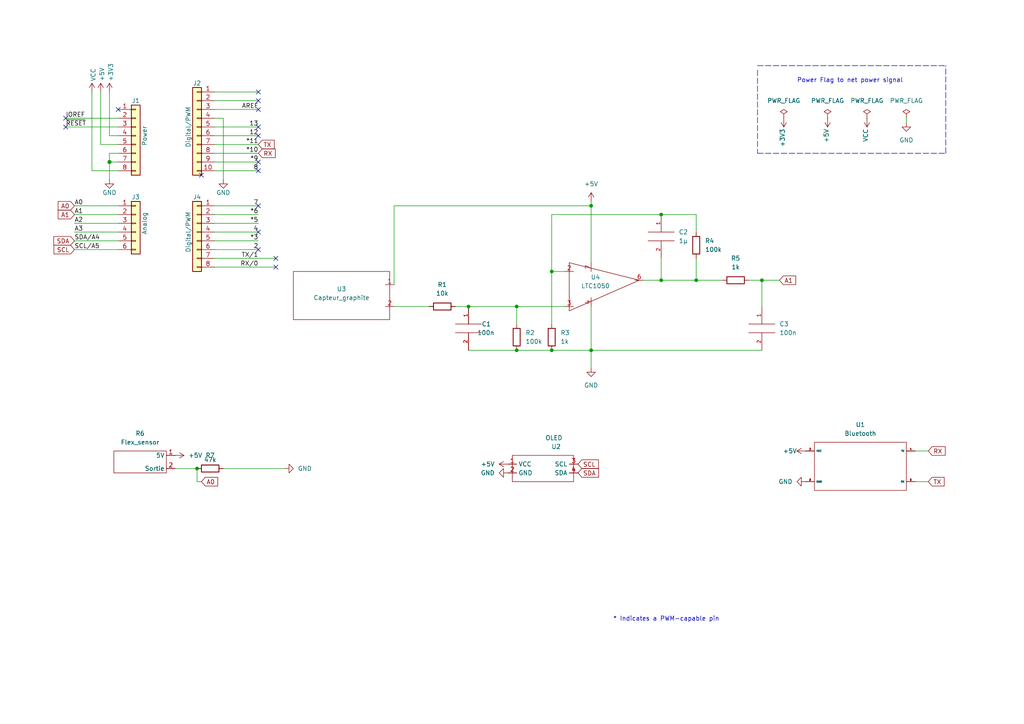
<source format=kicad_sch>
(kicad_sch (version 20211123) (generator eeschema)

  (uuid e63e39d7-6ac0-4ffd-8aa3-1841a4541b55)

  (paper "A4")

  (title_block
    (title "Projet capteur graphite")
    (date "2023-03-01")
    (rev "1.0.0")
    (company "INSA")
    (comment 1 "ELLINGSEN Abélia & SZTYM Alice")
  )

  (lib_symbols
    (symbol "Connector_Generic:Conn_01x06" (pin_names (offset 1.016) hide) (in_bom yes) (on_board yes)
      (property "Reference" "J" (id 0) (at 0 7.62 0)
        (effects (font (size 1.27 1.27)))
      )
      (property "Value" "Conn_01x06" (id 1) (at 0 -10.16 0)
        (effects (font (size 1.27 1.27)))
      )
      (property "Footprint" "" (id 2) (at 0 0 0)
        (effects (font (size 1.27 1.27)) hide)
      )
      (property "Datasheet" "~" (id 3) (at 0 0 0)
        (effects (font (size 1.27 1.27)) hide)
      )
      (property "ki_keywords" "connector" (id 4) (at 0 0 0)
        (effects (font (size 1.27 1.27)) hide)
      )
      (property "ki_description" "Generic connector, single row, 01x06, script generated (kicad-library-utils/schlib/autogen/connector/)" (id 5) (at 0 0 0)
        (effects (font (size 1.27 1.27)) hide)
      )
      (property "ki_fp_filters" "Connector*:*_1x??_*" (id 6) (at 0 0 0)
        (effects (font (size 1.27 1.27)) hide)
      )
      (symbol "Conn_01x06_1_1"
        (rectangle (start -1.27 -7.493) (end 0 -7.747)
          (stroke (width 0.1524) (type default) (color 0 0 0 0))
          (fill (type none))
        )
        (rectangle (start -1.27 -4.953) (end 0 -5.207)
          (stroke (width 0.1524) (type default) (color 0 0 0 0))
          (fill (type none))
        )
        (rectangle (start -1.27 -2.413) (end 0 -2.667)
          (stroke (width 0.1524) (type default) (color 0 0 0 0))
          (fill (type none))
        )
        (rectangle (start -1.27 0.127) (end 0 -0.127)
          (stroke (width 0.1524) (type default) (color 0 0 0 0))
          (fill (type none))
        )
        (rectangle (start -1.27 2.667) (end 0 2.413)
          (stroke (width 0.1524) (type default) (color 0 0 0 0))
          (fill (type none))
        )
        (rectangle (start -1.27 5.207) (end 0 4.953)
          (stroke (width 0.1524) (type default) (color 0 0 0 0))
          (fill (type none))
        )
        (rectangle (start -1.27 6.35) (end 1.27 -8.89)
          (stroke (width 0.254) (type default) (color 0 0 0 0))
          (fill (type background))
        )
        (pin passive line (at -5.08 5.08 0) (length 3.81)
          (name "Pin_1" (effects (font (size 1.27 1.27))))
          (number "1" (effects (font (size 1.27 1.27))))
        )
        (pin passive line (at -5.08 2.54 0) (length 3.81)
          (name "Pin_2" (effects (font (size 1.27 1.27))))
          (number "2" (effects (font (size 1.27 1.27))))
        )
        (pin passive line (at -5.08 0 0) (length 3.81)
          (name "Pin_3" (effects (font (size 1.27 1.27))))
          (number "3" (effects (font (size 1.27 1.27))))
        )
        (pin passive line (at -5.08 -2.54 0) (length 3.81)
          (name "Pin_4" (effects (font (size 1.27 1.27))))
          (number "4" (effects (font (size 1.27 1.27))))
        )
        (pin passive line (at -5.08 -5.08 0) (length 3.81)
          (name "Pin_5" (effects (font (size 1.27 1.27))))
          (number "5" (effects (font (size 1.27 1.27))))
        )
        (pin passive line (at -5.08 -7.62 0) (length 3.81)
          (name "Pin_6" (effects (font (size 1.27 1.27))))
          (number "6" (effects (font (size 1.27 1.27))))
        )
      )
    )
    (symbol "Connector_Generic:Conn_01x08" (pin_names (offset 1.016) hide) (in_bom yes) (on_board yes)
      (property "Reference" "J" (id 0) (at 0 10.16 0)
        (effects (font (size 1.27 1.27)))
      )
      (property "Value" "Conn_01x08" (id 1) (at 0 -12.7 0)
        (effects (font (size 1.27 1.27)))
      )
      (property "Footprint" "" (id 2) (at 0 0 0)
        (effects (font (size 1.27 1.27)) hide)
      )
      (property "Datasheet" "~" (id 3) (at 0 0 0)
        (effects (font (size 1.27 1.27)) hide)
      )
      (property "ki_keywords" "connector" (id 4) (at 0 0 0)
        (effects (font (size 1.27 1.27)) hide)
      )
      (property "ki_description" "Generic connector, single row, 01x08, script generated (kicad-library-utils/schlib/autogen/connector/)" (id 5) (at 0 0 0)
        (effects (font (size 1.27 1.27)) hide)
      )
      (property "ki_fp_filters" "Connector*:*_1x??_*" (id 6) (at 0 0 0)
        (effects (font (size 1.27 1.27)) hide)
      )
      (symbol "Conn_01x08_1_1"
        (rectangle (start -1.27 -10.033) (end 0 -10.287)
          (stroke (width 0.1524) (type default) (color 0 0 0 0))
          (fill (type none))
        )
        (rectangle (start -1.27 -7.493) (end 0 -7.747)
          (stroke (width 0.1524) (type default) (color 0 0 0 0))
          (fill (type none))
        )
        (rectangle (start -1.27 -4.953) (end 0 -5.207)
          (stroke (width 0.1524) (type default) (color 0 0 0 0))
          (fill (type none))
        )
        (rectangle (start -1.27 -2.413) (end 0 -2.667)
          (stroke (width 0.1524) (type default) (color 0 0 0 0))
          (fill (type none))
        )
        (rectangle (start -1.27 0.127) (end 0 -0.127)
          (stroke (width 0.1524) (type default) (color 0 0 0 0))
          (fill (type none))
        )
        (rectangle (start -1.27 2.667) (end 0 2.413)
          (stroke (width 0.1524) (type default) (color 0 0 0 0))
          (fill (type none))
        )
        (rectangle (start -1.27 5.207) (end 0 4.953)
          (stroke (width 0.1524) (type default) (color 0 0 0 0))
          (fill (type none))
        )
        (rectangle (start -1.27 7.747) (end 0 7.493)
          (stroke (width 0.1524) (type default) (color 0 0 0 0))
          (fill (type none))
        )
        (rectangle (start -1.27 8.89) (end 1.27 -11.43)
          (stroke (width 0.254) (type default) (color 0 0 0 0))
          (fill (type background))
        )
        (pin passive line (at -5.08 7.62 0) (length 3.81)
          (name "Pin_1" (effects (font (size 1.27 1.27))))
          (number "1" (effects (font (size 1.27 1.27))))
        )
        (pin passive line (at -5.08 5.08 0) (length 3.81)
          (name "Pin_2" (effects (font (size 1.27 1.27))))
          (number "2" (effects (font (size 1.27 1.27))))
        )
        (pin passive line (at -5.08 2.54 0) (length 3.81)
          (name "Pin_3" (effects (font (size 1.27 1.27))))
          (number "3" (effects (font (size 1.27 1.27))))
        )
        (pin passive line (at -5.08 0 0) (length 3.81)
          (name "Pin_4" (effects (font (size 1.27 1.27))))
          (number "4" (effects (font (size 1.27 1.27))))
        )
        (pin passive line (at -5.08 -2.54 0) (length 3.81)
          (name "Pin_5" (effects (font (size 1.27 1.27))))
          (number "5" (effects (font (size 1.27 1.27))))
        )
        (pin passive line (at -5.08 -5.08 0) (length 3.81)
          (name "Pin_6" (effects (font (size 1.27 1.27))))
          (number "6" (effects (font (size 1.27 1.27))))
        )
        (pin passive line (at -5.08 -7.62 0) (length 3.81)
          (name "Pin_7" (effects (font (size 1.27 1.27))))
          (number "7" (effects (font (size 1.27 1.27))))
        )
        (pin passive line (at -5.08 -10.16 0) (length 3.81)
          (name "Pin_8" (effects (font (size 1.27 1.27))))
          (number "8" (effects (font (size 1.27 1.27))))
        )
      )
    )
    (symbol "Connector_Generic:Conn_01x10" (pin_names (offset 1.016) hide) (in_bom yes) (on_board yes)
      (property "Reference" "J" (id 0) (at 0 12.7 0)
        (effects (font (size 1.27 1.27)))
      )
      (property "Value" "Conn_01x10" (id 1) (at 0 -15.24 0)
        (effects (font (size 1.27 1.27)))
      )
      (property "Footprint" "" (id 2) (at 0 0 0)
        (effects (font (size 1.27 1.27)) hide)
      )
      (property "Datasheet" "~" (id 3) (at 0 0 0)
        (effects (font (size 1.27 1.27)) hide)
      )
      (property "ki_keywords" "connector" (id 4) (at 0 0 0)
        (effects (font (size 1.27 1.27)) hide)
      )
      (property "ki_description" "Generic connector, single row, 01x10, script generated (kicad-library-utils/schlib/autogen/connector/)" (id 5) (at 0 0 0)
        (effects (font (size 1.27 1.27)) hide)
      )
      (property "ki_fp_filters" "Connector*:*_1x??_*" (id 6) (at 0 0 0)
        (effects (font (size 1.27 1.27)) hide)
      )
      (symbol "Conn_01x10_1_1"
        (rectangle (start -1.27 -12.573) (end 0 -12.827)
          (stroke (width 0.1524) (type default) (color 0 0 0 0))
          (fill (type none))
        )
        (rectangle (start -1.27 -10.033) (end 0 -10.287)
          (stroke (width 0.1524) (type default) (color 0 0 0 0))
          (fill (type none))
        )
        (rectangle (start -1.27 -7.493) (end 0 -7.747)
          (stroke (width 0.1524) (type default) (color 0 0 0 0))
          (fill (type none))
        )
        (rectangle (start -1.27 -4.953) (end 0 -5.207)
          (stroke (width 0.1524) (type default) (color 0 0 0 0))
          (fill (type none))
        )
        (rectangle (start -1.27 -2.413) (end 0 -2.667)
          (stroke (width 0.1524) (type default) (color 0 0 0 0))
          (fill (type none))
        )
        (rectangle (start -1.27 0.127) (end 0 -0.127)
          (stroke (width 0.1524) (type default) (color 0 0 0 0))
          (fill (type none))
        )
        (rectangle (start -1.27 2.667) (end 0 2.413)
          (stroke (width 0.1524) (type default) (color 0 0 0 0))
          (fill (type none))
        )
        (rectangle (start -1.27 5.207) (end 0 4.953)
          (stroke (width 0.1524) (type default) (color 0 0 0 0))
          (fill (type none))
        )
        (rectangle (start -1.27 7.747) (end 0 7.493)
          (stroke (width 0.1524) (type default) (color 0 0 0 0))
          (fill (type none))
        )
        (rectangle (start -1.27 10.287) (end 0 10.033)
          (stroke (width 0.1524) (type default) (color 0 0 0 0))
          (fill (type none))
        )
        (rectangle (start -1.27 11.43) (end 1.27 -13.97)
          (stroke (width 0.254) (type default) (color 0 0 0 0))
          (fill (type background))
        )
        (pin passive line (at -5.08 10.16 0) (length 3.81)
          (name "Pin_1" (effects (font (size 1.27 1.27))))
          (number "1" (effects (font (size 1.27 1.27))))
        )
        (pin passive line (at -5.08 -12.7 0) (length 3.81)
          (name "Pin_10" (effects (font (size 1.27 1.27))))
          (number "10" (effects (font (size 1.27 1.27))))
        )
        (pin passive line (at -5.08 7.62 0) (length 3.81)
          (name "Pin_2" (effects (font (size 1.27 1.27))))
          (number "2" (effects (font (size 1.27 1.27))))
        )
        (pin passive line (at -5.08 5.08 0) (length 3.81)
          (name "Pin_3" (effects (font (size 1.27 1.27))))
          (number "3" (effects (font (size 1.27 1.27))))
        )
        (pin passive line (at -5.08 2.54 0) (length 3.81)
          (name "Pin_4" (effects (font (size 1.27 1.27))))
          (number "4" (effects (font (size 1.27 1.27))))
        )
        (pin passive line (at -5.08 0 0) (length 3.81)
          (name "Pin_5" (effects (font (size 1.27 1.27))))
          (number "5" (effects (font (size 1.27 1.27))))
        )
        (pin passive line (at -5.08 -2.54 0) (length 3.81)
          (name "Pin_6" (effects (font (size 1.27 1.27))))
          (number "6" (effects (font (size 1.27 1.27))))
        )
        (pin passive line (at -5.08 -5.08 0) (length 3.81)
          (name "Pin_7" (effects (font (size 1.27 1.27))))
          (number "7" (effects (font (size 1.27 1.27))))
        )
        (pin passive line (at -5.08 -7.62 0) (length 3.81)
          (name "Pin_8" (effects (font (size 1.27 1.27))))
          (number "8" (effects (font (size 1.27 1.27))))
        )
        (pin passive line (at -5.08 -10.16 0) (length 3.81)
          (name "Pin_9" (effects (font (size 1.27 1.27))))
          (number "9" (effects (font (size 1.27 1.27))))
        )
      )
    )
    (symbol "Device:R" (pin_numbers hide) (pin_names (offset 0)) (in_bom yes) (on_board yes)
      (property "Reference" "R" (id 0) (at 2.032 0 90)
        (effects (font (size 1.27 1.27)))
      )
      (property "Value" "R" (id 1) (at 0 0 90)
        (effects (font (size 1.27 1.27)))
      )
      (property "Footprint" "" (id 2) (at -1.778 0 90)
        (effects (font (size 1.27 1.27)) hide)
      )
      (property "Datasheet" "~" (id 3) (at 0 0 0)
        (effects (font (size 1.27 1.27)) hide)
      )
      (property "ki_keywords" "R res resistor" (id 4) (at 0 0 0)
        (effects (font (size 1.27 1.27)) hide)
      )
      (property "ki_description" "Resistor" (id 5) (at 0 0 0)
        (effects (font (size 1.27 1.27)) hide)
      )
      (property "ki_fp_filters" "R_*" (id 6) (at 0 0 0)
        (effects (font (size 1.27 1.27)) hide)
      )
      (symbol "R_0_1"
        (rectangle (start -1.016 -2.54) (end 1.016 2.54)
          (stroke (width 0.254) (type default) (color 0 0 0 0))
          (fill (type none))
        )
      )
      (symbol "R_1_1"
        (pin passive line (at 0 3.81 270) (length 1.27)
          (name "~" (effects (font (size 1.27 1.27))))
          (number "1" (effects (font (size 1.27 1.27))))
        )
        (pin passive line (at 0 -3.81 90) (length 1.27)
          (name "~" (effects (font (size 1.27 1.27))))
          (number "2" (effects (font (size 1.27 1.27))))
        )
      )
    )
    (symbol "New_Library:Bluetooth" (in_bom yes) (on_board yes)
      (property "Reference" "U1" (id 0) (at 0.635 15.24 0)
        (effects (font (size 1.27 1.27)))
      )
      (property "Value" "Bluetooth" (id 1) (at 0.635 12.7 0)
        (effects (font (size 1.27 1.27)))
      )
      (property "Footprint" "Resistor_THT:R_Array_SIP6" (id 2) (at 0 0 0)
        (effects (font (size 1.27 1.27)) hide)
      )
      (property "Datasheet" "" (id 3) (at 0 0 0)
        (effects (font (size 1.27 1.27)) hide)
      )
      (symbol "Bluetooth_0_0"
        (text "" (at -8.89 -3.81 0)
          (effects (font (size 1.27 1.27)))
        )
      )
      (symbol "Bluetooth_0_1"
        (rectangle (start -12.7 10.16) (end 13.97 -3.81)
          (stroke (width 0) (type default) (color 0 0 0 0))
          (fill (type none))
        )
      )
      (symbol "Bluetooth_1_1"
        (pin power_in line (at -15.24 7.62 0) (length 2.54)
          (name "VCC" (effects (font (size 0.5 0.5))))
          (number "2" (effects (font (size 0.5 0.5))))
        )
        (pin power_in line (at -15.24 -1.27 0) (length 2.54)
          (name "GND" (effects (font (size 0.5 0.5))))
          (number "3" (effects (font (size 0.5 0.5))))
        )
        (pin output line (at 16.51 7.62 180) (length 2.54)
          (name "TX" (effects (font (size 0.5 0.5))))
          (number "4" (effects (font (size 0.5 0.5))))
        )
        (pin input line (at 16.51 -1.27 180) (length 2.54)
          (name "RX" (effects (font (size 0.5 0.5))))
          (number "5" (effects (font (size 0.5 0.5))))
        )
      )
    )
    (symbol "New_Library:Capteur_graphite" (in_bom yes) (on_board yes)
      (property "Reference" "U3" (id 0) (at 0 3.81 0)
        (effects (font (size 1.27 1.27)))
      )
      (property "Value" "Capteur_graphite" (id 1) (at 0 1.27 0)
        (effects (font (size 1.27 1.27)))
      )
      (property "Footprint" "Resistor_THT:R_Axial_DIN0204_L3.6mm_D1.6mm_P2.54mm_Vertical" (id 2) (at 0 0 0)
        (effects (font (size 1.27 1.27)) hide)
      )
      (property "Datasheet" "" (id 3) (at 0 0 0)
        (effects (font (size 1.27 1.27)) hide)
      )
      (symbol "Capteur_graphite_0_1"
        (rectangle (start 13.97 -5.08) (end -13.97 8.89)
          (stroke (width 0) (type default) (color 0 0 0 0))
          (fill (type none))
        )
      )
      (symbol "Capteur_graphite_1_1"
        (pin power_in line (at 15.24 5.08 180) (length 2.54)
          (name "" (effects (font (size 1.27 1.27))))
          (number "1" (effects (font (size 1.27 1.27))))
        )
        (pin output line (at 15.24 -1.27 180) (length 2.54)
          (name "" (effects (font (size 1.27 1.27))))
          (number "2" (effects (font (size 1.27 1.27))))
        )
      )
    )
    (symbol "New_Library:Flex_sensor" (in_bom yes) (on_board yes)
      (property "Reference" "R6" (id 0) (at 1.27 10.16 0)
        (effects (font (size 1.27 1.27)))
      )
      (property "Value" "Flex_sensor" (id 1) (at 1.27 7.62 0)
        (effects (font (size 1.27 1.27)))
      )
      (property "Footprint" "Resistor_THT:R_Axial_DIN0204_L3.6mm_D1.6mm_P2.54mm_Vertical" (id 2) (at 0 0 0)
        (effects (font (size 1.27 1.27)) hide)
      )
      (property "Datasheet" "" (id 3) (at 0 0 0)
        (effects (font (size 1.27 1.27)) hide)
      )
      (symbol "Flex_sensor_0_1"
        (rectangle (start 8.89 -1.27) (end -6.35 5.08)
          (stroke (width 0) (type default) (color 0 0 0 0))
          (fill (type none))
        )
      )
      (symbol "Flex_sensor_1_1"
        (pin power_in line (at 11.43 3.81 180) (length 2.54)
          (name "5V" (effects (font (size 1.27 1.27))))
          (number "1" (effects (font (size 1.27 1.27))))
        )
        (pin output line (at 11.43 0 180) (length 2.54)
          (name "Sortie" (effects (font (size 1.27 1.27))))
          (number "2" (effects (font (size 1.27 1.27))))
        )
      )
    )
    (symbol "New_Library:LTC1050" (in_bom yes) (on_board yes)
      (property "Reference" "U4" (id 0) (at -12.7 3.429 0)
        (effects (font (size 1.27 1.27)))
      )
      (property "Value" "LTC1050" (id 1) (at -12.7 0.889 0)
        (effects (font (size 1.27 1.27)))
      )
      (property "Footprint" "Package_DIP:DIP-8_W10.16mm" (id 2) (at 0 0 0)
        (effects (font (size 1.27 1.27)) hide)
      )
      (property "Datasheet" "" (id 3) (at 0 0 0)
        (effects (font (size 1.27 1.27)) hide)
      )
      (symbol "LTC1050_0_1"
        (polyline
          (pts
            (xy -20.32 7.62)
            (xy -20.32 -6.35)
            (xy 0 2.54)
            (xy -20.32 7.62)
          )
          (stroke (width 0) (type default) (color 0 0 0 0))
          (fill (type none))
        )
      )
      (symbol "LTC1050_1_1"
        (pin input line (at -21.59 5.08 0) (length 2.54)
          (name "" (effects (font (size 1.27 1.27))))
          (number "2" (effects (font (size 1.27 1.27))))
        )
        (pin input line (at -21.59 -5.08 0) (length 2.54)
          (name "" (effects (font (size 1.27 1.27))))
          (number "3" (effects (font (size 1.27 1.27))))
        )
        (pin power_in line (at -13.97 -5.08 90) (length 2.54)
          (name "" (effects (font (size 1.27 1.27))))
          (number "4" (effects (font (size 1.27 1.27))))
        )
        (pin output line (at 1.27 2.54 180) (length 2.54)
          (name "" (effects (font (size 1.27 1.27))))
          (number "6" (effects (font (size 1.27 1.27))))
        )
        (pin power_in line (at -13.97 7.62 270) (length 2.54)
          (name "" (effects (font (size 1.27 1.27))))
          (number "7" (effects (font (size 1.27 1.27))))
        )
      )
    )
    (symbol "New_Library:OLED" (in_bom yes) (on_board yes)
      (property "Reference" "U" (id 0) (at 0 -3.81 0)
        (effects (font (size 1.27 1.27)))
      )
      (property "Value" "OLED" (id 1) (at 0 -2.54 0)
        (effects (font (size 1.27 1.27)))
      )
      (property "Footprint" "" (id 2) (at 0 -3.81 0)
        (effects (font (size 1.27 1.27)) hide)
      )
      (property "Datasheet" "" (id 3) (at 0 -3.81 0)
        (effects (font (size 1.27 1.27)) hide)
      )
      (symbol "OLED_0_1"
        (rectangle (start -13.97 5.08) (end 3.81 -2.54)
          (stroke (width 0) (type default) (color 0 0 0 0))
          (fill (type none))
        )
        (rectangle (start 5.08 0) (end 5.08 0)
          (stroke (width 0) (type default) (color 0 0 0 0))
          (fill (type none))
        )
      )
      (symbol "OLED_1_1"
        (pin power_in line (at -15.24 2.54 0) (length 2.54)
          (name "VCC" (effects (font (size 1.27 1.27))))
          (number "1" (effects (font (size 1.27 1.27))))
        )
        (pin power_in line (at -15.24 0 0) (length 2.54)
          (name "GND" (effects (font (size 1.27 1.27))))
          (number "2" (effects (font (size 1.27 1.27))))
        )
        (pin output line (at 5.08 2.54 180) (length 2.54)
          (name "SCL" (effects (font (size 1.27 1.27))))
          (number "3" (effects (font (size 1.27 1.27))))
        )
        (pin output line (at 5.08 0 180) (length 2.54)
          (name "SDA" (effects (font (size 1.27 1.27))))
          (number "4" (effects (font (size 1.27 1.27))))
        )
      )
    )
    (symbol "power:+3V3" (power) (pin_names (offset 0)) (in_bom yes) (on_board yes)
      (property "Reference" "#PWR" (id 0) (at 0 -3.81 0)
        (effects (font (size 1.27 1.27)) hide)
      )
      (property "Value" "+3V3" (id 1) (at 0 3.556 0)
        (effects (font (size 1.27 1.27)))
      )
      (property "Footprint" "" (id 2) (at 0 0 0)
        (effects (font (size 1.27 1.27)) hide)
      )
      (property "Datasheet" "" (id 3) (at 0 0 0)
        (effects (font (size 1.27 1.27)) hide)
      )
      (property "ki_keywords" "power-flag" (id 4) (at 0 0 0)
        (effects (font (size 1.27 1.27)) hide)
      )
      (property "ki_description" "Power symbol creates a global label with name \"+3V3\"" (id 5) (at 0 0 0)
        (effects (font (size 1.27 1.27)) hide)
      )
      (symbol "+3V3_0_1"
        (polyline
          (pts
            (xy -0.762 1.27)
            (xy 0 2.54)
          )
          (stroke (width 0) (type default) (color 0 0 0 0))
          (fill (type none))
        )
        (polyline
          (pts
            (xy 0 0)
            (xy 0 2.54)
          )
          (stroke (width 0) (type default) (color 0 0 0 0))
          (fill (type none))
        )
        (polyline
          (pts
            (xy 0 2.54)
            (xy 0.762 1.27)
          )
          (stroke (width 0) (type default) (color 0 0 0 0))
          (fill (type none))
        )
      )
      (symbol "+3V3_1_1"
        (pin power_in line (at 0 0 90) (length 0) hide
          (name "+3V3" (effects (font (size 1.27 1.27))))
          (number "1" (effects (font (size 1.27 1.27))))
        )
      )
    )
    (symbol "power:+5V" (power) (pin_names (offset 0)) (in_bom yes) (on_board yes)
      (property "Reference" "#PWR" (id 0) (at 0 -3.81 0)
        (effects (font (size 1.27 1.27)) hide)
      )
      (property "Value" "+5V" (id 1) (at 0 3.556 0)
        (effects (font (size 1.27 1.27)))
      )
      (property "Footprint" "" (id 2) (at 0 0 0)
        (effects (font (size 1.27 1.27)) hide)
      )
      (property "Datasheet" "" (id 3) (at 0 0 0)
        (effects (font (size 1.27 1.27)) hide)
      )
      (property "ki_keywords" "power-flag" (id 4) (at 0 0 0)
        (effects (font (size 1.27 1.27)) hide)
      )
      (property "ki_description" "Power symbol creates a global label with name \"+5V\"" (id 5) (at 0 0 0)
        (effects (font (size 1.27 1.27)) hide)
      )
      (symbol "+5V_0_1"
        (polyline
          (pts
            (xy -0.762 1.27)
            (xy 0 2.54)
          )
          (stroke (width 0) (type default) (color 0 0 0 0))
          (fill (type none))
        )
        (polyline
          (pts
            (xy 0 0)
            (xy 0 2.54)
          )
          (stroke (width 0) (type default) (color 0 0 0 0))
          (fill (type none))
        )
        (polyline
          (pts
            (xy 0 2.54)
            (xy 0.762 1.27)
          )
          (stroke (width 0) (type default) (color 0 0 0 0))
          (fill (type none))
        )
      )
      (symbol "+5V_1_1"
        (pin power_in line (at 0 0 90) (length 0) hide
          (name "+5V" (effects (font (size 1.27 1.27))))
          (number "1" (effects (font (size 1.27 1.27))))
        )
      )
    )
    (symbol "power:GND" (power) (pin_names (offset 0)) (in_bom yes) (on_board yes)
      (property "Reference" "#PWR" (id 0) (at 0 -6.35 0)
        (effects (font (size 1.27 1.27)) hide)
      )
      (property "Value" "GND" (id 1) (at 0 -3.81 0)
        (effects (font (size 1.27 1.27)))
      )
      (property "Footprint" "" (id 2) (at 0 0 0)
        (effects (font (size 1.27 1.27)) hide)
      )
      (property "Datasheet" "" (id 3) (at 0 0 0)
        (effects (font (size 1.27 1.27)) hide)
      )
      (property "ki_keywords" "power-flag" (id 4) (at 0 0 0)
        (effects (font (size 1.27 1.27)) hide)
      )
      (property "ki_description" "Power symbol creates a global label with name \"GND\" , ground" (id 5) (at 0 0 0)
        (effects (font (size 1.27 1.27)) hide)
      )
      (symbol "GND_0_1"
        (polyline
          (pts
            (xy 0 0)
            (xy 0 -1.27)
            (xy 1.27 -1.27)
            (xy 0 -2.54)
            (xy -1.27 -1.27)
            (xy 0 -1.27)
          )
          (stroke (width 0) (type default) (color 0 0 0 0))
          (fill (type none))
        )
      )
      (symbol "GND_1_1"
        (pin power_in line (at 0 0 270) (length 0) hide
          (name "GND" (effects (font (size 1.27 1.27))))
          (number "1" (effects (font (size 1.27 1.27))))
        )
      )
    )
    (symbol "power:PWR_FLAG" (power) (pin_numbers hide) (pin_names (offset 0) hide) (in_bom yes) (on_board yes)
      (property "Reference" "#FLG" (id 0) (at 0 1.905 0)
        (effects (font (size 1.27 1.27)) hide)
      )
      (property "Value" "PWR_FLAG" (id 1) (at 0 3.81 0)
        (effects (font (size 1.27 1.27)))
      )
      (property "Footprint" "" (id 2) (at 0 0 0)
        (effects (font (size 1.27 1.27)) hide)
      )
      (property "Datasheet" "~" (id 3) (at 0 0 0)
        (effects (font (size 1.27 1.27)) hide)
      )
      (property "ki_keywords" "power-flag" (id 4) (at 0 0 0)
        (effects (font (size 1.27 1.27)) hide)
      )
      (property "ki_description" "Special symbol for telling ERC where power comes from" (id 5) (at 0 0 0)
        (effects (font (size 1.27 1.27)) hide)
      )
      (symbol "PWR_FLAG_0_0"
        (pin power_out line (at 0 0 90) (length 0)
          (name "pwr" (effects (font (size 1.27 1.27))))
          (number "1" (effects (font (size 1.27 1.27))))
        )
      )
      (symbol "PWR_FLAG_0_1"
        (polyline
          (pts
            (xy 0 0)
            (xy 0 1.27)
            (xy -1.016 1.905)
            (xy 0 2.54)
            (xy 1.016 1.905)
            (xy 0 1.27)
          )
          (stroke (width 0) (type default) (color 0 0 0 0))
          (fill (type none))
        )
      )
    )
    (symbol "power:VCC" (power) (pin_names (offset 0)) (in_bom yes) (on_board yes)
      (property "Reference" "#PWR" (id 0) (at 0 -3.81 0)
        (effects (font (size 1.27 1.27)) hide)
      )
      (property "Value" "VCC" (id 1) (at 0 3.81 0)
        (effects (font (size 1.27 1.27)))
      )
      (property "Footprint" "" (id 2) (at 0 0 0)
        (effects (font (size 1.27 1.27)) hide)
      )
      (property "Datasheet" "" (id 3) (at 0 0 0)
        (effects (font (size 1.27 1.27)) hide)
      )
      (property "ki_keywords" "power-flag" (id 4) (at 0 0 0)
        (effects (font (size 1.27 1.27)) hide)
      )
      (property "ki_description" "Power symbol creates a global label with name \"VCC\"" (id 5) (at 0 0 0)
        (effects (font (size 1.27 1.27)) hide)
      )
      (symbol "VCC_0_1"
        (polyline
          (pts
            (xy -0.762 1.27)
            (xy 0 2.54)
          )
          (stroke (width 0) (type default) (color 0 0 0 0))
          (fill (type none))
        )
        (polyline
          (pts
            (xy 0 0)
            (xy 0 2.54)
          )
          (stroke (width 0) (type default) (color 0 0 0 0))
          (fill (type none))
        )
        (polyline
          (pts
            (xy 0 2.54)
            (xy 0.762 1.27)
          )
          (stroke (width 0) (type default) (color 0 0 0 0))
          (fill (type none))
        )
      )
      (symbol "VCC_1_1"
        (pin power_in line (at 0 0 90) (length 0) hide
          (name "VCC" (effects (font (size 1.27 1.27))))
          (number "1" (effects (font (size 1.27 1.27))))
        )
      )
    )
    (symbol "pspice:C" (pin_names (offset 0.254)) (in_bom yes) (on_board yes)
      (property "Reference" "C" (id 0) (at 2.54 3.81 90)
        (effects (font (size 1.27 1.27)))
      )
      (property "Value" "C" (id 1) (at 2.54 -3.81 90)
        (effects (font (size 1.27 1.27)))
      )
      (property "Footprint" "" (id 2) (at 0 0 0)
        (effects (font (size 1.27 1.27)) hide)
      )
      (property "Datasheet" "~" (id 3) (at 0 0 0)
        (effects (font (size 1.27 1.27)) hide)
      )
      (property "ki_keywords" "simulation" (id 4) (at 0 0 0)
        (effects (font (size 1.27 1.27)) hide)
      )
      (property "ki_description" "Capacitor symbol for simulation only" (id 5) (at 0 0 0)
        (effects (font (size 1.27 1.27)) hide)
      )
      (symbol "C_0_1"
        (polyline
          (pts
            (xy -3.81 -1.27)
            (xy 3.81 -1.27)
          )
          (stroke (width 0) (type default) (color 0 0 0 0))
          (fill (type none))
        )
        (polyline
          (pts
            (xy -3.81 1.27)
            (xy 3.81 1.27)
          )
          (stroke (width 0) (type default) (color 0 0 0 0))
          (fill (type none))
        )
      )
      (symbol "C_1_1"
        (pin passive line (at 0 6.35 270) (length 5.08)
          (name "~" (effects (font (size 1.016 1.016))))
          (number "1" (effects (font (size 1.016 1.016))))
        )
        (pin passive line (at 0 -6.35 90) (length 5.08)
          (name "~" (effects (font (size 1.016 1.016))))
          (number "2" (effects (font (size 1.016 1.016))))
        )
      )
    )
  )

  (junction (at 191.77 62.23) (diameter 0) (color 0 0 0 0)
    (uuid 080ca939-7200-4208-a19f-a893cb6ba939)
  )
  (junction (at 171.45 101.6) (diameter 0) (color 0 0 0 0)
    (uuid 0ebe224e-6b41-4547-b8ba-e66ddfcb43ab)
  )
  (junction (at 135.89 88.9) (diameter 0) (color 0 0 0 0)
    (uuid 19d38989-9202-433a-94ac-9ed1bcf50bdc)
  )
  (junction (at 191.77 81.28) (diameter 0) (color 0 0 0 0)
    (uuid 36354ce1-886b-4c65-bed1-211c9af25636)
  )
  (junction (at 31.75 46.99) (diameter 1.016) (color 0 0 0 0)
    (uuid 3dcc657b-55a1-48e0-9667-e01e7b6b08b5)
  )
  (junction (at 220.98 81.28) (diameter 0) (color 0 0 0 0)
    (uuid 68206c22-3a18-49fd-a2cb-a53d180347f9)
  )
  (junction (at 201.93 81.28) (diameter 0) (color 0 0 0 0)
    (uuid 6d45375e-a383-4613-871b-1adfdb8bd4ce)
  )
  (junction (at 57.15 135.89) (diameter 0) (color 0 0 0 0)
    (uuid 6dc8a8a9-3cec-4f3f-aed4-5a6328fb1e3e)
  )
  (junction (at 160.02 101.6) (diameter 0) (color 0 0 0 0)
    (uuid 7c3dad0e-2ee9-460f-85b4-8cfdbb361e49)
  )
  (junction (at 171.45 59.69) (diameter 0) (color 0 0 0 0)
    (uuid 8bcc66cf-c8ce-4392-88f1-0e8d1dc0caf0)
  )
  (junction (at 160.02 78.74) (diameter 0) (color 0 0 0 0)
    (uuid 9116f334-2eb7-4b5b-ab35-80cf865f5752)
  )
  (junction (at 149.86 101.6) (diameter 0) (color 0 0 0 0)
    (uuid baf65957-0fcc-4de5-84d5-eb99fab9a13d)
  )
  (junction (at 149.86 88.9) (diameter 0) (color 0 0 0 0)
    (uuid e78fce92-63f5-482b-b8da-5cffa7de9ea8)
  )

  (no_connect (at 80.01 77.47) (uuid 6a872c1f-609f-42a9-a5a3-e978f3ff2a06))
  (no_connect (at 80.01 74.93) (uuid 6a872c1f-609f-42a9-a5a3-e978f3ff2a07))
  (no_connect (at 74.93 29.21) (uuid c6853627-609f-4f75-9f4b-e654caf869d1))
  (no_connect (at 74.93 26.67) (uuid c6853627-609f-4f75-9f4b-e654caf869d2))
  (no_connect (at 58.42 50.8) (uuid c6853627-609f-4f75-9f4b-e654caf869d3))
  (no_connect (at 34.29 31.75) (uuid d181157c-7812-47e5-a0cf-9580c905fc86))
  (no_connect (at 74.93 31.75) (uuid f4dd8340-491b-4c58-af7b-5726de567a72))
  (no_connect (at 74.93 49.53) (uuid f4dd8340-491b-4c58-af7b-5726de567a73))
  (no_connect (at 74.93 46.99) (uuid f4dd8340-491b-4c58-af7b-5726de567a74))
  (no_connect (at 74.93 36.83) (uuid f4dd8340-491b-4c58-af7b-5726de567a75))
  (no_connect (at 74.93 39.37) (uuid f4dd8340-491b-4c58-af7b-5726de567a76))
  (no_connect (at 74.93 67.31) (uuid f4dd8340-491b-4c58-af7b-5726de567a77))
  (no_connect (at 74.93 72.39) (uuid f4dd8340-491b-4c58-af7b-5726de567a78))
  (no_connect (at 74.93 59.69) (uuid f4dd8340-491b-4c58-af7b-5726de567a79))
  (no_connect (at 19.05 34.29) (uuid f4dd8340-491b-4c58-af7b-5726de567a7a))
  (no_connect (at 19.05 36.83) (uuid f4dd8340-491b-4c58-af7b-5726de567a7b))

  (wire (pts (xy 62.23 77.47) (xy 80.01 77.47))
    (stroke (width 0) (type solid) (color 0 0 0 0))
    (uuid 010ba307-2067-49d3-b0fa-6414143f3fc2)
  )
  (wire (pts (xy 114.3 59.69) (xy 114.3 82.55))
    (stroke (width 0) (type default) (color 0 0 0 0))
    (uuid 02cb6be6-d255-4fe0-b717-4dd149da862d)
  )
  (wire (pts (xy 149.86 88.9) (xy 163.83 88.9))
    (stroke (width 0) (type default) (color 0 0 0 0))
    (uuid 035fdb22-318d-4120-a49d-f2637486000f)
  )
  (wire (pts (xy 62.23 44.45) (xy 74.93 44.45))
    (stroke (width 0) (type solid) (color 0 0 0 0))
    (uuid 09480ba4-37da-45e3-b9fe-6beebf876349)
  )
  (wire (pts (xy 62.23 26.67) (xy 74.93 26.67))
    (stroke (width 0) (type solid) (color 0 0 0 0))
    (uuid 0f5d2189-4ead-42fa-8f7a-cfa3af4de132)
  )
  (wire (pts (xy 201.93 62.23) (xy 191.77 62.23))
    (stroke (width 0) (type default) (color 0 0 0 0))
    (uuid 131f808d-601d-4caa-b87d-5e485a26d76a)
  )
  (wire (pts (xy 191.77 81.28) (xy 186.69 81.28))
    (stroke (width 0) (type default) (color 0 0 0 0))
    (uuid 18747e0e-8d18-48fd-9d2f-dd65e761bc29)
  )
  (wire (pts (xy 64.77 135.89) (xy 82.55 135.89))
    (stroke (width 0) (type default) (color 0 0 0 0))
    (uuid 195731be-a6fe-4951-96bf-43eafc928595)
  )
  (wire (pts (xy 160.02 93.98) (xy 160.02 78.74))
    (stroke (width 0) (type default) (color 0 0 0 0))
    (uuid 1b10aff8-a784-482d-807b-0219be5f4ec3)
  )
  (wire (pts (xy 31.75 44.45) (xy 31.75 46.99))
    (stroke (width 0) (type solid) (color 0 0 0 0))
    (uuid 1c31b835-925f-4a5c-92df-8f2558bb711b)
  )
  (wire (pts (xy 57.15 139.7) (xy 58.42 139.7))
    (stroke (width 0) (type default) (color 0 0 0 0))
    (uuid 1fd2acd2-8f69-426d-ab2c-0ad494b942d5)
  )
  (wire (pts (xy 21.59 72.39) (xy 34.29 72.39))
    (stroke (width 0) (type solid) (color 0 0 0 0))
    (uuid 20854542-d0b0-4be7-af02-0e5fceb34e01)
  )
  (wire (pts (xy 57.15 135.89) (xy 57.15 139.7))
    (stroke (width 0) (type default) (color 0 0 0 0))
    (uuid 223096f4-e4bb-410d-bcc2-7acf4423b258)
  )
  (wire (pts (xy 160.02 101.6) (xy 171.45 101.6))
    (stroke (width 0) (type default) (color 0 0 0 0))
    (uuid 2350bf29-9b99-4036-88f2-01ab5d4614a4)
  )
  (wire (pts (xy 171.45 59.69) (xy 171.45 76.2))
    (stroke (width 0) (type default) (color 0 0 0 0))
    (uuid 25cb81af-0331-4b95-aa52-b67c8f859161)
  )
  (wire (pts (xy 265.43 139.7) (xy 269.24 139.7))
    (stroke (width 0) (type default) (color 0 0 0 0))
    (uuid 27062f3e-b878-4550-b87f-eec9d99a7a55)
  )
  (wire (pts (xy 31.75 46.99) (xy 31.75 52.07))
    (stroke (width 0) (type solid) (color 0 0 0 0))
    (uuid 2df788b2-ce68-49bc-a497-4b6570a17f30)
  )
  (wire (pts (xy 31.75 39.37) (xy 34.29 39.37))
    (stroke (width 0) (type solid) (color 0 0 0 0))
    (uuid 3334b11d-5a13-40b4-a117-d693c543e4ab)
  )
  (wire (pts (xy 191.77 74.93) (xy 191.77 81.28))
    (stroke (width 0) (type default) (color 0 0 0 0))
    (uuid 33e95d29-6224-4c43-9355-194e1bbcfc80)
  )
  (wire (pts (xy 29.21 41.91) (xy 34.29 41.91))
    (stroke (width 0) (type solid) (color 0 0 0 0))
    (uuid 3661f80c-fef8-4441-83be-df8930b3b45e)
  )
  (wire (pts (xy 160.02 62.23) (xy 191.77 62.23))
    (stroke (width 0) (type default) (color 0 0 0 0))
    (uuid 3741e2f4-7429-4e01-8c37-b280e12ab44f)
  )
  (wire (pts (xy 160.02 78.74) (xy 163.83 78.74))
    (stroke (width 0) (type default) (color 0 0 0 0))
    (uuid 37ba81e0-9d2a-4171-b52d-b7dcbc488faf)
  )
  (wire (pts (xy 160.02 78.74) (xy 160.02 62.23))
    (stroke (width 0) (type default) (color 0 0 0 0))
    (uuid 39dbe1d2-7333-4e47-b11c-8a0d9d048092)
  )
  (wire (pts (xy 201.93 74.93) (xy 201.93 81.28))
    (stroke (width 0) (type default) (color 0 0 0 0))
    (uuid 3ac2970b-88e8-4b24-9db2-14780471bf82)
  )
  (wire (pts (xy 149.86 101.6) (xy 160.02 101.6))
    (stroke (width 0) (type default) (color 0 0 0 0))
    (uuid 3ae02c2e-976c-48e9-9338-34e8e5a0153d)
  )
  (wire (pts (xy 114.3 88.9) (xy 124.46 88.9))
    (stroke (width 0) (type default) (color 0 0 0 0))
    (uuid 41dfd02d-84bd-4724-afd3-a0e9852f0b0c)
  )
  (wire (pts (xy 62.23 36.83) (xy 74.93 36.83))
    (stroke (width 0) (type solid) (color 0 0 0 0))
    (uuid 4227fa6f-c399-4f14-8228-23e39d2b7e7d)
  )
  (wire (pts (xy 31.75 26.67) (xy 31.75 39.37))
    (stroke (width 0) (type solid) (color 0 0 0 0))
    (uuid 442fb4de-4d55-45de-bc27-3e6222ceb890)
  )
  (wire (pts (xy 62.23 59.69) (xy 74.93 59.69))
    (stroke (width 0) (type solid) (color 0 0 0 0))
    (uuid 4455ee2e-5642-42c1-a83b-f7e65fa0c2f1)
  )
  (wire (pts (xy 34.29 59.69) (xy 21.59 59.69))
    (stroke (width 0) (type solid) (color 0 0 0 0))
    (uuid 486ca832-85f4-4989-b0f4-569faf9be534)
  )
  (wire (pts (xy 62.23 39.37) (xy 74.93 39.37))
    (stroke (width 0) (type solid) (color 0 0 0 0))
    (uuid 4a910b57-a5cd-4105-ab4f-bde2a80d4f00)
  )
  (wire (pts (xy 62.23 62.23) (xy 74.93 62.23))
    (stroke (width 0) (type solid) (color 0 0 0 0))
    (uuid 4e60e1af-19bd-45a0-b418-b7030b594dde)
  )
  (wire (pts (xy 26.67 26.67) (xy 26.67 49.53))
    (stroke (width 0) (type solid) (color 0 0 0 0))
    (uuid 5315e88a-1f92-437a-a827-161445b303cc)
  )
  (wire (pts (xy 135.89 88.9) (xy 149.86 88.9))
    (stroke (width 0) (type default) (color 0 0 0 0))
    (uuid 54bb0948-a250-4f1d-8c37-c8b71db99297)
  )
  (wire (pts (xy 62.23 46.99) (xy 74.93 46.99))
    (stroke (width 0) (type solid) (color 0 0 0 0))
    (uuid 63f2b71b-521b-4210-bf06-ed65e330fccc)
  )
  (polyline (pts (xy 219.71 20.32) (xy 219.71 44.45))
    (stroke (width 0) (type default) (color 0 0 0 0))
    (uuid 67988546-8ed6-4d81-a1b1-d9c871e66206)
  )

  (wire (pts (xy 149.86 88.9) (xy 149.86 93.98))
    (stroke (width 0) (type default) (color 0 0 0 0))
    (uuid 6af2ad11-2200-4c46-b84b-c77f3ab9c4f4)
  )
  (wire (pts (xy 62.23 67.31) (xy 74.93 67.31))
    (stroke (width 0) (type solid) (color 0 0 0 0))
    (uuid 6bb3ea5f-9e60-4add-9d97-244be2cf61d2)
  )
  (wire (pts (xy 201.93 67.31) (xy 201.93 62.23))
    (stroke (width 0) (type default) (color 0 0 0 0))
    (uuid 6cf1adcb-2258-4ac8-a953-1f922c5bd278)
  )
  (wire (pts (xy 19.05 34.29) (xy 34.29 34.29))
    (stroke (width 0) (type solid) (color 0 0 0 0))
    (uuid 73d4774c-1387-4550-b580-a1cc0ac89b89)
  )
  (wire (pts (xy 50.8 135.89) (xy 57.15 135.89))
    (stroke (width 0) (type default) (color 0 0 0 0))
    (uuid 809e6c08-27f7-4275-9a41-377377b15ce9)
  )
  (wire (pts (xy 64.77 34.29) (xy 64.77 52.07))
    (stroke (width 0) (type solid) (color 0 0 0 0))
    (uuid 84ce350c-b0c1-4e69-9ab2-f7ec7b8bb312)
  )
  (polyline (pts (xy 219.71 19.05) (xy 274.32 19.05))
    (stroke (width 0) (type default) (color 0 0 0 0))
    (uuid 861c09c1-d019-49b0-befd-9d3d4b9419d4)
  )

  (wire (pts (xy 262.89 34.29) (xy 262.89 35.56))
    (stroke (width 0) (type default) (color 0 0 0 0))
    (uuid 87898521-530b-475f-bab9-629b01849b1c)
  )
  (wire (pts (xy 62.23 31.75) (xy 74.93 31.75))
    (stroke (width 0) (type solid) (color 0 0 0 0))
    (uuid 8a3d35a2-f0f6-4dec-a606-7c8e288ca828)
  )
  (wire (pts (xy 171.45 106.68) (xy 171.45 101.6))
    (stroke (width 0) (type default) (color 0 0 0 0))
    (uuid 8ca60539-44c9-4d98-803e-fae629866f56)
  )
  (wire (pts (xy 34.29 64.77) (xy 21.59 64.77))
    (stroke (width 0) (type solid) (color 0 0 0 0))
    (uuid 9377eb1a-3b12-438c-8ebd-f86ace1e8d25)
  )
  (wire (pts (xy 19.05 36.83) (xy 34.29 36.83))
    (stroke (width 0) (type solid) (color 0 0 0 0))
    (uuid 93e52853-9d1e-4afe-aee8-b825ab9f5d09)
  )
  (wire (pts (xy 34.29 46.99) (xy 31.75 46.99))
    (stroke (width 0) (type solid) (color 0 0 0 0))
    (uuid 97df9ac9-dbb8-472e-b84f-3684d0eb5efc)
  )
  (wire (pts (xy 201.93 81.28) (xy 209.55 81.28))
    (stroke (width 0) (type default) (color 0 0 0 0))
    (uuid 982a0b6f-fcde-4028-8ea1-807c0d7edc53)
  )
  (polyline (pts (xy 219.71 44.45) (xy 274.32 44.45))
    (stroke (width 0) (type default) (color 0 0 0 0))
    (uuid 9af2449a-f0e3-43e0-adc7-eb29c1651495)
  )

  (wire (pts (xy 34.29 49.53) (xy 26.67 49.53))
    (stroke (width 0) (type solid) (color 0 0 0 0))
    (uuid a7518f9d-05df-4211-ba17-5d615f04ec46)
  )
  (polyline (pts (xy 274.32 44.45) (xy 274.32 19.05))
    (stroke (width 0) (type default) (color 0 0 0 0))
    (uuid a85ab39b-4a42-4513-b20f-e53ca0f1e9e6)
  )

  (wire (pts (xy 21.59 62.23) (xy 34.29 62.23))
    (stroke (width 0) (type solid) (color 0 0 0 0))
    (uuid aab97e46-23d6-4cbf-8684-537b94306d68)
  )
  (wire (pts (xy 135.89 101.6) (xy 149.86 101.6))
    (stroke (width 0) (type default) (color 0 0 0 0))
    (uuid b7bd97c4-78c6-4219-a4cf-61a8013baabb)
  )
  (wire (pts (xy 62.23 34.29) (xy 64.77 34.29))
    (stroke (width 0) (type solid) (color 0 0 0 0))
    (uuid bcbc7302-8a54-4b9b-98b9-f277f1b20941)
  )
  (wire (pts (xy 171.45 58.42) (xy 171.45 59.69))
    (stroke (width 0) (type default) (color 0 0 0 0))
    (uuid c0596f8a-430f-4662-a10c-ed172f77b289)
  )
  (wire (pts (xy 34.29 44.45) (xy 31.75 44.45))
    (stroke (width 0) (type solid) (color 0 0 0 0))
    (uuid c12796ad-cf20-466f-9ab3-9cf441392c32)
  )
  (wire (pts (xy 265.43 130.81) (xy 269.24 130.81))
    (stroke (width 0) (type default) (color 0 0 0 0))
    (uuid c5c5db57-3c22-48ea-8358-3831969780be)
  )
  (wire (pts (xy 62.23 41.91) (xy 74.93 41.91))
    (stroke (width 0) (type solid) (color 0 0 0 0))
    (uuid c722a1ff-12f1-49e5-88a4-44ffeb509ca2)
  )
  (wire (pts (xy 29.21 26.67) (xy 29.21 41.91))
    (stroke (width 0) (type solid) (color 0 0 0 0))
    (uuid c771c531-47b0-48f5-9648-431b113e196f)
  )
  (wire (pts (xy 220.98 81.28) (xy 226.06 81.28))
    (stroke (width 0) (type default) (color 0 0 0 0))
    (uuid cfad3c89-24e7-4e85-9ffb-9b31e8fca1da)
  )
  (wire (pts (xy 62.23 64.77) (xy 74.93 64.77))
    (stroke (width 0) (type solid) (color 0 0 0 0))
    (uuid cfe99980-2d98-4372-b495-04c53027340b)
  )
  (wire (pts (xy 21.59 67.31) (xy 34.29 67.31))
    (stroke (width 0) (type solid) (color 0 0 0 0))
    (uuid d3042136-2605-44b2-aebb-5484a9c90933)
  )
  (wire (pts (xy 220.98 81.28) (xy 220.98 88.9))
    (stroke (width 0) (type default) (color 0 0 0 0))
    (uuid d3e53535-975f-4f85-b8e9-9fac419884a0)
  )
  (wire (pts (xy 217.17 81.28) (xy 220.98 81.28))
    (stroke (width 0) (type default) (color 0 0 0 0))
    (uuid e1f3c9d9-02bf-4429-8519-4f360ced0610)
  )
  (wire (pts (xy 62.23 29.21) (xy 74.93 29.21))
    (stroke (width 0) (type solid) (color 0 0 0 0))
    (uuid e7278977-132b-4777-9eb4-7d93363a4379)
  )
  (wire (pts (xy 135.89 90.17) (xy 135.89 88.9))
    (stroke (width 0) (type default) (color 0 0 0 0))
    (uuid e8711881-da73-4010-88d9-a16c5d0608ce)
  )
  (wire (pts (xy 62.23 72.39) (xy 74.93 72.39))
    (stroke (width 0) (type solid) (color 0 0 0 0))
    (uuid e9bdd59b-3252-4c44-a357-6fa1af0c210c)
  )
  (wire (pts (xy 62.23 69.85) (xy 74.93 69.85))
    (stroke (width 0) (type solid) (color 0 0 0 0))
    (uuid ec76dcc9-9949-4dda-bd76-046204829cb4)
  )
  (wire (pts (xy 114.3 59.69) (xy 171.45 59.69))
    (stroke (width 0) (type default) (color 0 0 0 0))
    (uuid eedf9ab2-06e0-4e83-873b-d035bfe47951)
  )
  (wire (pts (xy 171.45 101.6) (xy 220.98 101.6))
    (stroke (width 0) (type default) (color 0 0 0 0))
    (uuid ef3914b0-88fb-4641-bf8c-8c74768fced7)
  )
  (wire (pts (xy 132.08 88.9) (xy 135.89 88.9))
    (stroke (width 0) (type default) (color 0 0 0 0))
    (uuid ef592bb6-0338-48db-8f53-bafbef493010)
  )
  (wire (pts (xy 62.23 74.93) (xy 80.01 74.93))
    (stroke (width 0) (type solid) (color 0 0 0 0))
    (uuid f853d1d4-c722-44df-98bf-4a6114204628)
  )
  (wire (pts (xy 201.93 81.28) (xy 191.77 81.28))
    (stroke (width 0) (type default) (color 0 0 0 0))
    (uuid fb3c0543-f7b9-4f24-a679-d9f16a8a69c6)
  )
  (wire (pts (xy 34.29 69.85) (xy 21.59 69.85))
    (stroke (width 0) (type solid) (color 0 0 0 0))
    (uuid fc39c32d-65b8-4d16-9db5-de89c54a1206)
  )
  (wire (pts (xy 171.45 101.6) (xy 171.45 88.9))
    (stroke (width 0) (type default) (color 0 0 0 0))
    (uuid fdb92cf8-b6e1-487f-9b4c-5f28278a5ce8)
  )
  (wire (pts (xy 62.23 49.53) (xy 74.93 49.53))
    (stroke (width 0) (type solid) (color 0 0 0 0))
    (uuid fe837306-92d0-4847-ad21-76c47ae932d1)
  )

  (text "Power Flag to net power signal" (at 231.14 24.13 0)
    (effects (font (size 1.27 1.27)) (justify left bottom))
    (uuid b556564a-4e30-4193-81e7-f0f24a8f4316)
  )
  (text "* Indicates a PWM-capable pin" (at 177.8 180.34 0)
    (effects (font (size 1.27 1.27)) (justify left bottom))
    (uuid c364973a-9a67-4667-8185-a3a5c6c6cbdf)
  )

  (label "RX{slash}0" (at 74.93 77.47 180)
    (effects (font (size 1.27 1.27)) (justify right bottom))
    (uuid 01ea9310-cf66-436b-9b89-1a2f4237b59e)
  )
  (label "A2" (at 21.59 64.77 0)
    (effects (font (size 1.27 1.27)) (justify left bottom))
    (uuid 09251fd4-af37-4d86-8951-1faaac710ffa)
  )
  (label "4" (at 74.93 67.31 180)
    (effects (font (size 1.27 1.27)) (justify right bottom))
    (uuid 0d8cfe6d-11bf-42b9-9752-f9a5a76bce7e)
  )
  (label "2" (at 74.93 72.39 180)
    (effects (font (size 1.27 1.27)) (justify right bottom))
    (uuid 23f0c933-49f0-4410-a8db-8b017f48dadc)
  )
  (label "A3" (at 21.59 67.31 0)
    (effects (font (size 1.27 1.27)) (justify left bottom))
    (uuid 2c60ab74-0590-423b-8921-6f3212a358d2)
  )
  (label "13" (at 74.93 36.83 180)
    (effects (font (size 1.27 1.27)) (justify right bottom))
    (uuid 35bc5b35-b7b2-44d5-bbed-557f428649b2)
  )
  (label "12" (at 74.93 39.37 180)
    (effects (font (size 1.27 1.27)) (justify right bottom))
    (uuid 3ffaa3b1-1d78-4c7b-bdf9-f1a8019c92fd)
  )
  (label "~{RESET}" (at 19.05 36.83 0)
    (effects (font (size 1.27 1.27)) (justify left bottom))
    (uuid 49585dba-cfa7-4813-841e-9d900d43ecf4)
  )
  (label "*10" (at 74.93 44.45 180)
    (effects (font (size 1.27 1.27)) (justify right bottom))
    (uuid 54be04e4-fffa-4f7f-8a5f-d0de81314e8f)
  )
  (label "7" (at 74.93 59.69 180)
    (effects (font (size 1.27 1.27)) (justify right bottom))
    (uuid 873d2c88-519e-482f-a3ed-2484e5f9417e)
  )
  (label "8" (at 74.93 49.53 180)
    (effects (font (size 1.27 1.27)) (justify right bottom))
    (uuid 89b0e564-e7aa-4224-80c9-3f0614fede8f)
  )
  (label "*11" (at 74.93 41.91 180)
    (effects (font (size 1.27 1.27)) (justify right bottom))
    (uuid 9ad5a781-2469-4c8f-8abf-a1c3586f7cb7)
  )
  (label "*3" (at 74.93 69.85 180)
    (effects (font (size 1.27 1.27)) (justify right bottom))
    (uuid 9cccf5f9-68a4-4e61-b418-6185dd6a5f9a)
  )
  (label "A1" (at 21.59 62.23 0)
    (effects (font (size 1.27 1.27)) (justify left bottom))
    (uuid acc9991b-1bdd-4544-9a08-4037937485cb)
  )
  (label "TX{slash}1" (at 74.93 74.93 180)
    (effects (font (size 1.27 1.27)) (justify right bottom))
    (uuid ae2c9582-b445-44bd-b371-7fc74f6cf852)
  )
  (label "A0" (at 21.59 59.69 0)
    (effects (font (size 1.27 1.27)) (justify left bottom))
    (uuid ba02dc27-26a3-4648-b0aa-06b6dcaf001f)
  )
  (label "AREF" (at 74.93 31.75 180)
    (effects (font (size 1.27 1.27)) (justify right bottom))
    (uuid bbf52cf8-6d97-4499-a9ee-3657cebcdabf)
  )
  (label "*6" (at 74.93 62.23 180)
    (effects (font (size 1.27 1.27)) (justify right bottom))
    (uuid c775d4e8-c37b-4e73-90c1-1c8d36333aac)
  )
  (label "*9" (at 74.93 46.99 180)
    (effects (font (size 1.27 1.27)) (justify right bottom))
    (uuid ccb58899-a82d-403c-b30b-ee351d622e9c)
  )
  (label "*5" (at 74.93 64.77 180)
    (effects (font (size 1.27 1.27)) (justify right bottom))
    (uuid d9a65242-9c26-45cd-9a55-3e69f0d77784)
  )
  (label "IOREF" (at 19.05 34.29 0)
    (effects (font (size 1.27 1.27)) (justify left bottom))
    (uuid de819ae4-b245-474b-a426-865ba877b8a2)
  )
  (label "SDA{slash}A4" (at 21.59 69.85 0)
    (effects (font (size 1.27 1.27)) (justify left bottom))
    (uuid e7ce99b8-ca22-4c56-9e55-39d32c709f3c)
  )
  (label "SCL{slash}A5" (at 21.59 72.39 0)
    (effects (font (size 1.27 1.27)) (justify left bottom))
    (uuid ea5aa60b-a25e-41a1-9e06-c7b6f957567f)
  )

  (global_label "RX" (shape input) (at 269.24 130.81 0) (fields_autoplaced)
    (effects (font (size 1.27 1.27)) (justify left))
    (uuid 15d54269-6556-474b-befc-96b8943696ed)
    (property "Intersheet References" "${INTERSHEET_REFS}" (id 0) (at 274.3231 130.7306 0)
      (effects (font (size 1.27 1.27)) (justify left) hide)
    )
  )
  (global_label "RX" (shape input) (at 74.93 44.45 0) (fields_autoplaced)
    (effects (font (size 1.27 1.27)) (justify left))
    (uuid 2f185914-2049-4e32-b4d9-3839137b7bd2)
    (property "Intersheet References" "${INTERSHEET_REFS}" (id 0) (at 80.0131 44.3706 0)
      (effects (font (size 1.27 1.27)) (justify left) hide)
    )
  )
  (global_label "A1" (shape input) (at 226.06 81.28 0) (fields_autoplaced)
    (effects (font (size 1.27 1.27)) (justify left))
    (uuid 3d291076-503c-4eeb-965b-889f62b78daf)
    (property "Intersheet References" "${INTERSHEET_REFS}" (id 0) (at 230.9617 81.2006 0)
      (effects (font (size 1.27 1.27)) (justify left) hide)
    )
  )
  (global_label "SCL" (shape input) (at 167.64 134.62 0) (fields_autoplaced)
    (effects (font (size 1.27 1.27)) (justify left))
    (uuid 643f1a49-44a5-495e-8bb9-680e58fcf6e0)
    (property "Intersheet References" "${INTERSHEET_REFS}" (id 0) (at 173.7512 134.5406 0)
      (effects (font (size 1.27 1.27)) (justify left) hide)
    )
  )
  (global_label "A0" (shape input) (at 21.59 59.69 180) (fields_autoplaced)
    (effects (font (size 1.27 1.27)) (justify right))
    (uuid 65df9e90-28cf-4389-b4f4-a5819392ebcf)
    (property "Intersheet References" "${INTERSHEET_REFS}" (id 0) (at 16.6883 59.6106 0)
      (effects (font (size 1.27 1.27)) (justify right) hide)
    )
  )
  (global_label "A1" (shape input) (at 21.59 62.23 180) (fields_autoplaced)
    (effects (font (size 1.27 1.27)) (justify right))
    (uuid 692874fa-85c3-48ee-9d3b-233e0d2d4192)
    (property "Intersheet References" "${INTERSHEET_REFS}" (id 0) (at 16.6883 62.1506 0)
      (effects (font (size 1.27 1.27)) (justify right) hide)
    )
  )
  (global_label "SDA" (shape input) (at 21.59 69.85 180) (fields_autoplaced)
    (effects (font (size 1.27 1.27)) (justify right))
    (uuid 78f80dc2-ee38-4313-a6c6-09addd097ffe)
    (property "Intersheet References" "${INTERSHEET_REFS}" (id 0) (at 15.4183 69.7706 0)
      (effects (font (size 1.27 1.27)) (justify right) hide)
    )
  )
  (global_label "SCL" (shape input) (at 21.59 72.39 180) (fields_autoplaced)
    (effects (font (size 1.27 1.27)) (justify right))
    (uuid c3f86a20-79a5-4701-99e0-fd11a177705d)
    (property "Intersheet References" "${INTERSHEET_REFS}" (id 0) (at 15.4788 72.3106 0)
      (effects (font (size 1.27 1.27)) (justify right) hide)
    )
  )
  (global_label "A0" (shape input) (at 58.42 139.7 0) (fields_autoplaced)
    (effects (font (size 1.27 1.27)) (justify left))
    (uuid dc3ec4a1-ea4f-4463-b27f-4e180ef4c42d)
    (property "Intersheet References" "${INTERSHEET_REFS}" (id 0) (at 63.3217 139.6206 0)
      (effects (font (size 1.27 1.27)) (justify left) hide)
    )
  )
  (global_label "TX" (shape input) (at 74.93 41.91 0) (fields_autoplaced)
    (effects (font (size 1.27 1.27)) (justify left))
    (uuid dfb4dc7d-4286-4dde-969b-2bc4ad6b642e)
    (property "Intersheet References" "${INTERSHEET_REFS}" (id 0) (at 79.7107 41.8306 0)
      (effects (font (size 1.27 1.27)) (justify left) hide)
    )
  )
  (global_label "TX" (shape input) (at 269.24 139.7 0) (fields_autoplaced)
    (effects (font (size 1.27 1.27)) (justify left))
    (uuid e2ad74d3-9a88-4822-a43d-bcf11955c36d)
    (property "Intersheet References" "${INTERSHEET_REFS}" (id 0) (at 274.0207 139.6206 0)
      (effects (font (size 1.27 1.27)) (justify left) hide)
    )
  )
  (global_label "SDA" (shape input) (at 167.64 137.16 0) (fields_autoplaced)
    (effects (font (size 1.27 1.27)) (justify left))
    (uuid ebc76827-c466-40ae-96c8-9aa96f1cac73)
    (property "Intersheet References" "${INTERSHEET_REFS}" (id 0) (at 173.8117 137.0806 0)
      (effects (font (size 1.27 1.27)) (justify left) hide)
    )
  )

  (symbol (lib_id "Connector_Generic:Conn_01x08") (at 39.37 39.37 0) (unit 1)
    (in_bom yes) (on_board yes)
    (uuid 00000000-0000-0000-0000-000056d71773)
    (property "Reference" "J1" (id 0) (at 39.37 29.21 0))
    (property "Value" "Power" (id 1) (at 41.91 39.37 90))
    (property "Footprint" "Connector_PinSocket_2.54mm:PinSocket_1x08_P2.54mm_Vertical" (id 2) (at 39.37 39.37 0)
      (effects (font (size 1.27 1.27)) hide)
    )
    (property "Datasheet" "" (id 3) (at 39.37 39.37 0))
    (pin "1" (uuid d4c02b7e-3be7-4193-a989-fb40130f3319))
    (pin "2" (uuid 1d9f20f8-8d42-4e3d-aece-4c12cc80d0d3))
    (pin "3" (uuid 4801b550-c773-45a3-9bc6-15a3e9341f08))
    (pin "4" (uuid fbe5a73e-5be6-45ba-85f2-2891508cd936))
    (pin "5" (uuid 8f0d2977-6611-4bfc-9a74-1791861e9159))
    (pin "6" (uuid 270f30a7-c159-467b-ab5f-aee66a24a8c7))
    (pin "7" (uuid 760eb2a5-8bbd-4298-88f0-2b1528e020ff))
    (pin "8" (uuid 6a44a55c-6ae0-4d79-b4a1-52d3e48a7065))
  )

  (symbol (lib_id "power:+3V3") (at 31.75 26.67 0) (unit 1)
    (in_bom yes) (on_board yes)
    (uuid 00000000-0000-0000-0000-000056d71aa9)
    (property "Reference" "#PWR03" (id 0) (at 31.75 30.48 0)
      (effects (font (size 1.27 1.27)) hide)
    )
    (property "Value" "+3.3V" (id 1) (at 32.131 23.622 90)
      (effects (font (size 1.27 1.27)) (justify left))
    )
    (property "Footprint" "" (id 2) (at 31.75 26.67 0))
    (property "Datasheet" "" (id 3) (at 31.75 26.67 0))
    (pin "1" (uuid 25f7f7e2-1fc6-41d8-a14b-2d2742e98c50))
  )

  (symbol (lib_id "power:+5V") (at 29.21 26.67 0) (unit 1)
    (in_bom yes) (on_board yes)
    (uuid 00000000-0000-0000-0000-000056d71d10)
    (property "Reference" "#PWR02" (id 0) (at 29.21 30.48 0)
      (effects (font (size 1.27 1.27)) hide)
    )
    (property "Value" "+5V" (id 1) (at 29.5656 23.622 90)
      (effects (font (size 1.27 1.27)) (justify left))
    )
    (property "Footprint" "" (id 2) (at 29.21 26.67 0))
    (property "Datasheet" "" (id 3) (at 29.21 26.67 0))
    (pin "1" (uuid fdd33dcf-399e-4ac6-99f5-9ccff615cf55))
  )

  (symbol (lib_id "power:GND") (at 31.75 52.07 0) (unit 1)
    (in_bom yes) (on_board yes)
    (uuid 00000000-0000-0000-0000-000056d721e6)
    (property "Reference" "#PWR04" (id 0) (at 31.75 58.42 0)
      (effects (font (size 1.27 1.27)) hide)
    )
    (property "Value" "GND" (id 1) (at 31.75 55.88 0))
    (property "Footprint" "" (id 2) (at 31.75 52.07 0))
    (property "Datasheet" "" (id 3) (at 31.75 52.07 0))
    (pin "1" (uuid 87fd47b6-2ebb-4b03-a4f0-be8b5717bf68))
  )

  (symbol (lib_id "Connector_Generic:Conn_01x10") (at 57.15 36.83 0) (mirror y) (unit 1)
    (in_bom yes) (on_board yes)
    (uuid 00000000-0000-0000-0000-000056d72368)
    (property "Reference" "J2" (id 0) (at 57.15 24.13 0))
    (property "Value" "Digital/PWM" (id 1) (at 54.61 36.83 90))
    (property "Footprint" "Connector_PinSocket_2.54mm:PinSocket_1x10_P2.54mm_Vertical" (id 2) (at 57.15 36.83 0)
      (effects (font (size 1.27 1.27)) hide)
    )
    (property "Datasheet" "" (id 3) (at 57.15 36.83 0))
    (pin "1" (uuid 479c0210-c5dd-4420-aa63-d8c5247cc255))
    (pin "10" (uuid 69b11fa8-6d66-48cf-aa54-1a3009033625))
    (pin "2" (uuid 013a3d11-607f-4568-bbac-ce1ce9ce9f7a))
    (pin "3" (uuid 92bea09f-8c05-493b-981e-5298e629b225))
    (pin "4" (uuid 66c1cab1-9206-4430-914c-14dcf23db70f))
    (pin "5" (uuid e264de4a-49ca-4afe-b718-4f94ad734148))
    (pin "6" (uuid 03467115-7f58-481b-9fbc-afb2550dd13c))
    (pin "7" (uuid 9aa9dec0-f260-4bba-a6cf-25f804e6b111))
    (pin "8" (uuid a3a57bae-7391-4e6d-b628-e6aff8f8ed86))
    (pin "9" (uuid 00a2e9f5-f40a-49ba-91e4-cbef19d3b42b))
  )

  (symbol (lib_id "power:GND") (at 64.77 52.07 0) (unit 1)
    (in_bom yes) (on_board yes)
    (uuid 00000000-0000-0000-0000-000056d72a3d)
    (property "Reference" "#PWR05" (id 0) (at 64.77 58.42 0)
      (effects (font (size 1.27 1.27)) hide)
    )
    (property "Value" "GND" (id 1) (at 64.77 55.88 0))
    (property "Footprint" "" (id 2) (at 64.77 52.07 0))
    (property "Datasheet" "" (id 3) (at 64.77 52.07 0))
    (pin "1" (uuid dcc7d892-ae5b-4d8f-ab19-e541f0cf0497))
  )

  (symbol (lib_id "Connector_Generic:Conn_01x06") (at 39.37 64.77 0) (unit 1)
    (in_bom yes) (on_board yes)
    (uuid 00000000-0000-0000-0000-000056d72f1c)
    (property "Reference" "J3" (id 0) (at 39.37 57.15 0))
    (property "Value" "Analog" (id 1) (at 41.91 64.77 90))
    (property "Footprint" "Connector_PinSocket_2.54mm:PinSocket_1x06_P2.54mm_Vertical" (id 2) (at 39.37 64.77 0)
      (effects (font (size 1.27 1.27)) hide)
    )
    (property "Datasheet" "~" (id 3) (at 39.37 64.77 0)
      (effects (font (size 1.27 1.27)) hide)
    )
    (pin "1" (uuid 1e1d0a18-dba5-42d5-95e9-627b560e331d))
    (pin "2" (uuid 11423bda-2cc6-48db-b907-033a5ced98b7))
    (pin "3" (uuid 20a4b56c-be89-418e-a029-3b98e8beca2b))
    (pin "4" (uuid 163db149-f951-4db7-8045-a808c21d7a66))
    (pin "5" (uuid d47b8a11-7971-42ed-a188-2ff9f0b98c7a))
    (pin "6" (uuid 57b1224b-fab7-4047-863e-42b792ecf64b))
  )

  (symbol (lib_id "Connector_Generic:Conn_01x08") (at 57.15 67.31 0) (mirror y) (unit 1)
    (in_bom yes) (on_board yes)
    (uuid 00000000-0000-0000-0000-000056d734d0)
    (property "Reference" "J4" (id 0) (at 57.15 57.15 0))
    (property "Value" "Digital/PWM" (id 1) (at 54.61 67.31 90))
    (property "Footprint" "Connector_PinSocket_2.54mm:PinSocket_1x08_P2.54mm_Vertical" (id 2) (at 57.15 67.31 0)
      (effects (font (size 1.27 1.27)) hide)
    )
    (property "Datasheet" "" (id 3) (at 57.15 67.31 0))
    (pin "1" (uuid 5381a37b-26e9-4dc5-a1df-d5846cca7e02))
    (pin "2" (uuid a4e4eabd-ecd9-495d-83e1-d1e1e828ff74))
    (pin "3" (uuid b659d690-5ae4-4e88-8049-6e4694137cd1))
    (pin "4" (uuid 01e4a515-1e76-4ac0-8443-cb9dae94686e))
    (pin "5" (uuid fadf7cf0-7a5e-4d79-8b36-09596a4f1208))
    (pin "6" (uuid 848129ec-e7db-4164-95a7-d7b289ecb7c4))
    (pin "7" (uuid b7a20e44-a4b2-4578-93ae-e5a04c1f0135))
    (pin "8" (uuid c0cfa2f9-a894-4c72-b71e-f8c87c0a0712))
  )

  (symbol (lib_id "New_Library:OLED") (at 162.56 137.16 0) (unit 1)
    (in_bom yes) (on_board yes)
    (uuid 01f94980-d375-4529-9a55-d8c1aec3d427)
    (property "Reference" "U2" (id 0) (at 161.29 129.54 0))
    (property "Value" "OLED" (id 1) (at 160.655 127 0))
    (property "Footprint" "OLED:SIP-4" (id 2) (at 162.56 140.97 0)
      (effects (font (size 1.27 1.27)) hide)
    )
    (property "Datasheet" "" (id 3) (at 162.56 140.97 0)
      (effects (font (size 1.27 1.27)) hide)
    )
    (pin "1" (uuid 92475e68-e17b-4834-85e7-395e8fdbb408))
    (pin "2" (uuid 9b2948c3-9da7-4504-bcfc-74ed0bb5b30a))
    (pin "3" (uuid 37d51127-e87a-4896-ac8b-fdbc9525e1db))
    (pin "4" (uuid 1702b755-a59c-48a2-a23a-63388b2ac588))
  )

  (symbol (lib_id "power:PWR_FLAG") (at 240.03 34.29 0) (unit 1)
    (in_bom yes) (on_board yes)
    (uuid 0585e299-c45a-4e05-90ef-16826cb9e08c)
    (property "Reference" "#FLG0102" (id 0) (at 240.03 32.385 0)
      (effects (font (size 1.27 1.27)) hide)
    )
    (property "Value" "PWR_FLAG" (id 1) (at 240.03 29.21 0))
    (property "Footprint" "" (id 2) (at 240.03 34.29 0)
      (effects (font (size 1.27 1.27)) hide)
    )
    (property "Datasheet" "~" (id 3) (at 240.03 34.29 0)
      (effects (font (size 1.27 1.27)) hide)
    )
    (pin "1" (uuid 3e1ceb48-36f6-43ea-a6ea-e4d780165333))
  )

  (symbol (lib_id "Device:R") (at 160.02 97.79 0) (unit 1)
    (in_bom yes) (on_board yes) (fields_autoplaced)
    (uuid 0b578d1d-4562-4479-9004-57be67dd29cb)
    (property "Reference" "R3" (id 0) (at 162.56 96.5199 0)
      (effects (font (size 1.27 1.27)) (justify left))
    )
    (property "Value" "1k" (id 1) (at 162.56 99.0599 0)
      (effects (font (size 1.27 1.27)) (justify left))
    )
    (property "Footprint" "Resistor_THT:R_Axial_DIN0204_L3.6mm_D1.6mm_P5.08mm_Vertical" (id 2) (at 158.242 97.79 90)
      (effects (font (size 1.27 1.27)) hide)
    )
    (property "Datasheet" "~" (id 3) (at 160.02 97.79 0)
      (effects (font (size 1.27 1.27)) hide)
    )
    (pin "1" (uuid 0f8d49d8-53bd-4237-b09d-a8d99f87dea2))
    (pin "2" (uuid 7864cf58-d039-4a1f-b12f-da1a0812cc8f))
  )

  (symbol (lib_id "pspice:C") (at 135.89 95.25 0) (unit 1)
    (in_bom yes) (on_board yes) (fields_autoplaced)
    (uuid 0b76947a-493a-45b5-a371-f3e42db10b8a)
    (property "Reference" "C1" (id 0) (at 139.7 93.98 0)
      (effects (font (size 1.27 1.27)) (justify left))
    )
    (property "Value" "100n" (id 1) (at 138.43 96.52 0)
      (effects (font (size 1.27 1.27)) (justify left))
    )
    (property "Footprint" "Capacitor_THT:C_Disc_D4.7mm_W2.5mm_P5.00mm" (id 2) (at 135.89 95.25 0)
      (effects (font (size 1.27 1.27)) hide)
    )
    (property "Datasheet" "~" (id 3) (at 135.89 95.25 0)
      (effects (font (size 1.27 1.27)) hide)
    )
    (pin "1" (uuid e47bb74b-0f4a-4cf5-89ed-7fa3bac0ea5e))
    (pin "2" (uuid 809b1b07-1b86-4268-bc46-936b13b75dd7))
  )

  (symbol (lib_id "power:PWR_FLAG") (at 251.46 34.29 0) (unit 1)
    (in_bom yes) (on_board yes) (fields_autoplaced)
    (uuid 1161ac78-428d-4940-867c-a30a401ee15e)
    (property "Reference" "#FLG0103" (id 0) (at 251.46 32.385 0)
      (effects (font (size 1.27 1.27)) hide)
    )
    (property "Value" "PWR_FLAG" (id 1) (at 251.46 29.21 0))
    (property "Footprint" "" (id 2) (at 251.46 34.29 0)
      (effects (font (size 1.27 1.27)) hide)
    )
    (property "Datasheet" "~" (id 3) (at 251.46 34.29 0)
      (effects (font (size 1.27 1.27)) hide)
    )
    (pin "1" (uuid f3b18ff5-4b0c-4973-811a-304a4710e6d3))
  )

  (symbol (lib_id "power:GND") (at 262.89 35.56 0) (unit 1)
    (in_bom yes) (on_board yes) (fields_autoplaced)
    (uuid 13ff8782-9382-45c3-bf5d-64890548471d)
    (property "Reference" "#PWR0104" (id 0) (at 262.89 41.91 0)
      (effects (font (size 1.27 1.27)) hide)
    )
    (property "Value" "GND" (id 1) (at 262.89 40.64 0))
    (property "Footprint" "" (id 2) (at 262.89 35.56 0)
      (effects (font (size 1.27 1.27)) hide)
    )
    (property "Datasheet" "" (id 3) (at 262.89 35.56 0)
      (effects (font (size 1.27 1.27)) hide)
    )
    (pin "1" (uuid f12f235d-4d00-4144-ac6e-5afeacd2c8ba))
  )

  (symbol (lib_id "Device:R") (at 213.36 81.28 90) (unit 1)
    (in_bom yes) (on_board yes) (fields_autoplaced)
    (uuid 16320526-312a-4282-bf78-33227e5f53b1)
    (property "Reference" "R5" (id 0) (at 213.36 74.93 90))
    (property "Value" "1k" (id 1) (at 213.36 77.47 90))
    (property "Footprint" "Resistor_THT:R_Axial_DIN0204_L3.6mm_D1.6mm_P5.08mm_Vertical" (id 2) (at 213.36 83.058 90)
      (effects (font (size 1.27 1.27)) hide)
    )
    (property "Datasheet" "~" (id 3) (at 213.36 81.28 0)
      (effects (font (size 1.27 1.27)) hide)
    )
    (pin "1" (uuid caaef3fc-3e94-42c7-81c2-1137e11f841e))
    (pin "2" (uuid c606db85-2d30-42a3-88c3-41956f88f8c1))
  )

  (symbol (lib_id "power:GND") (at 147.32 137.16 270) (unit 1)
    (in_bom yes) (on_board yes) (fields_autoplaced)
    (uuid 17f64e1b-9011-43cb-9734-11641db40b58)
    (property "Reference" "#PWR0107" (id 0) (at 140.97 137.16 0)
      (effects (font (size 1.27 1.27)) hide)
    )
    (property "Value" "GND" (id 1) (at 143.51 137.1599 90)
      (effects (font (size 1.27 1.27)) (justify right))
    )
    (property "Footprint" "" (id 2) (at 147.32 137.16 0)
      (effects (font (size 1.27 1.27)) hide)
    )
    (property "Datasheet" "" (id 3) (at 147.32 137.16 0)
      (effects (font (size 1.27 1.27)) hide)
    )
    (pin "1" (uuid ca44a10d-18aa-4d3e-9b64-13df0e7b69af))
  )

  (symbol (lib_id "power:VCC") (at 251.46 34.29 180) (unit 1)
    (in_bom yes) (on_board yes)
    (uuid 25b88a25-6446-41f1-a38e-f4727a199323)
    (property "Reference" "#PWR0103" (id 0) (at 251.46 30.48 0)
      (effects (font (size 1.27 1.27)) hide)
    )
    (property "Value" "VCC" (id 1) (at 251.079 37.338 90)
      (effects (font (size 1.27 1.27)) (justify left))
    )
    (property "Footprint" "" (id 2) (at 251.46 34.29 0)
      (effects (font (size 1.27 1.27)) hide)
    )
    (property "Datasheet" "" (id 3) (at 251.46 34.29 0)
      (effects (font (size 1.27 1.27)) hide)
    )
    (pin "1" (uuid c1369d0b-9644-4cce-9ce3-7af86f498e58))
  )

  (symbol (lib_id "pspice:C") (at 220.98 95.25 0) (unit 1)
    (in_bom yes) (on_board yes) (fields_autoplaced)
    (uuid 320e15dd-44c9-426c-9540-5269a694555d)
    (property "Reference" "C3" (id 0) (at 226.06 93.9799 0)
      (effects (font (size 1.27 1.27)) (justify left))
    )
    (property "Value" "100n" (id 1) (at 226.06 96.5199 0)
      (effects (font (size 1.27 1.27)) (justify left))
    )
    (property "Footprint" "Capacitor_THT:C_Disc_D4.7mm_W2.5mm_P5.00mm" (id 2) (at 220.98 95.25 0)
      (effects (font (size 1.27 1.27)) hide)
    )
    (property "Datasheet" "~" (id 3) (at 220.98 95.25 0)
      (effects (font (size 1.27 1.27)) hide)
    )
    (pin "1" (uuid 8f246c41-38dc-43ed-84dd-49bb8f0aeceb))
    (pin "2" (uuid 374708ae-df9a-41a5-b043-a5b618799289))
  )

  (symbol (lib_id "pspice:C") (at 191.77 68.58 0) (unit 1)
    (in_bom yes) (on_board yes) (fields_autoplaced)
    (uuid 35487b44-0b97-44a5-9948-7deafa1d2365)
    (property "Reference" "C2" (id 0) (at 196.85 67.3099 0)
      (effects (font (size 1.27 1.27)) (justify left))
    )
    (property "Value" "1µ" (id 1) (at 196.85 69.8499 0)
      (effects (font (size 1.27 1.27)) (justify left))
    )
    (property "Footprint" "Capacitor_THT:C_Rect_L7.0mm_W4.5mm_P5.00mm" (id 2) (at 191.77 68.58 0)
      (effects (font (size 1.27 1.27)) hide)
    )
    (property "Datasheet" "~" (id 3) (at 191.77 68.58 0)
      (effects (font (size 1.27 1.27)) hide)
    )
    (pin "1" (uuid 67bec3b5-13a7-4adc-bb03-41e433c32e53))
    (pin "2" (uuid 29181ed9-8c3a-4cd5-8100-aade208c9750))
  )

  (symbol (lib_id "power:+3V3") (at 227.33 34.29 180) (unit 1)
    (in_bom yes) (on_board yes)
    (uuid 35571d49-7d50-46b3-941f-868241a5649f)
    (property "Reference" "#PWR0102" (id 0) (at 227.33 30.48 0)
      (effects (font (size 1.27 1.27)) hide)
    )
    (property "Value" "+3.3V" (id 1) (at 226.949 37.338 90)
      (effects (font (size 1.27 1.27)) (justify left))
    )
    (property "Footprint" "" (id 2) (at 227.33 34.29 0))
    (property "Datasheet" "" (id 3) (at 227.33 34.29 0))
    (pin "1" (uuid 0e1c837d-e9d8-45e4-a2bd-7e891b2e56de))
  )

  (symbol (lib_id "New_Library:Flex_sensor") (at 39.37 135.89 0) (unit 1)
    (in_bom yes) (on_board yes) (fields_autoplaced)
    (uuid 409add35-f913-49ae-a4cb-713d48f6b20f)
    (property "Reference" "R6" (id 0) (at 40.64 125.73 0))
    (property "Value" "Flex_sensor" (id 1) (at 40.64 128.27 0))
    (property "Footprint" "Connector_PinHeader_2.54mm:PinHeader_1x02_P2.54mm_Vertical" (id 2) (at 39.37 135.89 0)
      (effects (font (size 1.27 1.27)) hide)
    )
    (property "Datasheet" "" (id 3) (at 39.37 135.89 0)
      (effects (font (size 1.27 1.27)) hide)
    )
    (pin "1" (uuid ba78e77c-90fc-414f-9387-23e71761be46))
    (pin "2" (uuid bef28fe3-e1fc-4cfa-8c5d-9c6e9a2af0e2))
  )

  (symbol (lib_id "power:+5V") (at 50.8 132.08 270) (unit 1)
    (in_bom yes) (on_board yes) (fields_autoplaced)
    (uuid 432945c3-a4ae-4755-b054-b1c34e854db2)
    (property "Reference" "#PWR0111" (id 0) (at 46.99 132.08 0)
      (effects (font (size 1.27 1.27)) hide)
    )
    (property "Value" "+5V" (id 1) (at 54.61 132.0799 90)
      (effects (font (size 1.27 1.27)) (justify left))
    )
    (property "Footprint" "" (id 2) (at 50.8 132.08 0)
      (effects (font (size 1.27 1.27)) hide)
    )
    (property "Datasheet" "" (id 3) (at 50.8 132.08 0)
      (effects (font (size 1.27 1.27)) hide)
    )
    (pin "1" (uuid 10b16aba-6673-4c70-bf28-92e9993a4432))
  )

  (symbol (lib_id "power:PWR_FLAG") (at 227.33 34.29 0) (unit 1)
    (in_bom yes) (on_board yes) (fields_autoplaced)
    (uuid 5b63b737-0ffa-497f-aa02-f296aa6e449b)
    (property "Reference" "#FLG0101" (id 0) (at 227.33 32.385 0)
      (effects (font (size 1.27 1.27)) hide)
    )
    (property "Value" "PWR_FLAG" (id 1) (at 227.33 29.21 0))
    (property "Footprint" "" (id 2) (at 227.33 34.29 0)
      (effects (font (size 1.27 1.27)) hide)
    )
    (property "Datasheet" "~" (id 3) (at 227.33 34.29 0)
      (effects (font (size 1.27 1.27)) hide)
    )
    (pin "1" (uuid b9c0b1b4-0821-40af-8997-439fe4f15b4d))
  )

  (symbol (lib_id "power:VCC") (at 26.67 26.67 0) (unit 1)
    (in_bom yes) (on_board yes)
    (uuid 5ca20c89-dc15-4322-ac65-caf5d0f5fcce)
    (property "Reference" "#PWR01" (id 0) (at 26.67 30.48 0)
      (effects (font (size 1.27 1.27)) hide)
    )
    (property "Value" "VCC" (id 1) (at 27.051 23.622 90)
      (effects (font (size 1.27 1.27)) (justify left))
    )
    (property "Footprint" "" (id 2) (at 26.67 26.67 0)
      (effects (font (size 1.27 1.27)) hide)
    )
    (property "Datasheet" "" (id 3) (at 26.67 26.67 0)
      (effects (font (size 1.27 1.27)) hide)
    )
    (pin "1" (uuid 6bd03990-0c6f-47aa-a191-9be4dd5032ee))
  )

  (symbol (lib_id "power:+5V") (at 233.68 130.81 90) (unit 1)
    (in_bom yes) (on_board yes)
    (uuid 610a3d6c-41cc-480f-8a71-07a899532050)
    (property "Reference" "#PWR0110" (id 0) (at 237.49 130.81 0)
      (effects (font (size 1.27 1.27)) hide)
    )
    (property "Value" "+5V" (id 1) (at 231.14 130.81 90)
      (effects (font (size 1.27 1.27)) (justify left))
    )
    (property "Footprint" "" (id 2) (at 233.68 130.81 0)
      (effects (font (size 1.27 1.27)) hide)
    )
    (property "Datasheet" "" (id 3) (at 233.68 130.81 0)
      (effects (font (size 1.27 1.27)) hide)
    )
    (pin "1" (uuid e1ea4a8f-21df-4565-9197-e8ef689546bc))
  )

  (symbol (lib_id "power:+5V") (at 147.32 134.62 90) (unit 1)
    (in_bom yes) (on_board yes) (fields_autoplaced)
    (uuid 66a113d4-c528-42d3-87c4-7ee979250c4a)
    (property "Reference" "#PWR0109" (id 0) (at 151.13 134.62 0)
      (effects (font (size 1.27 1.27)) hide)
    )
    (property "Value" "+5V" (id 1) (at 143.51 134.6199 90)
      (effects (font (size 1.27 1.27)) (justify left))
    )
    (property "Footprint" "" (id 2) (at 147.32 134.62 0)
      (effects (font (size 1.27 1.27)) hide)
    )
    (property "Datasheet" "" (id 3) (at 147.32 134.62 0)
      (effects (font (size 1.27 1.27)) hide)
    )
    (pin "1" (uuid e2576df9-5d0e-4427-be95-2169e2ee1419))
  )

  (symbol (lib_id "power:+5V") (at 171.45 58.42 0) (unit 1)
    (in_bom yes) (on_board yes) (fields_autoplaced)
    (uuid 6dc4131f-3103-4168-be32-b5c62827c7e2)
    (property "Reference" "#PWR0112" (id 0) (at 171.45 62.23 0)
      (effects (font (size 1.27 1.27)) hide)
    )
    (property "Value" "+5V" (id 1) (at 171.45 53.34 0))
    (property "Footprint" "" (id 2) (at 171.45 58.42 0)
      (effects (font (size 1.27 1.27)) hide)
    )
    (property "Datasheet" "" (id 3) (at 171.45 58.42 0)
      (effects (font (size 1.27 1.27)) hide)
    )
    (pin "1" (uuid bd13de74-75e0-4b9c-b0fe-d34cfc8ea3c6))
  )

  (symbol (lib_id "New_Library:Capteur_graphite") (at 99.06 87.63 0) (unit 1)
    (in_bom yes) (on_board yes) (fields_autoplaced)
    (uuid 73d70197-27b6-4ccb-8fce-c192495b65d5)
    (property "Reference" "U3" (id 0) (at 99.06 83.82 0))
    (property "Value" "Capteur_graphite" (id 1) (at 99.06 86.36 0))
    (property "Footprint" "Resistor_THT:R_Axial_DIN0204_L3.6mm_D1.6mm_P5.08mm_Vertical" (id 2) (at 99.06 87.63 0)
      (effects (font (size 1.27 1.27)) hide)
    )
    (property "Datasheet" "" (id 3) (at 99.06 87.63 0)
      (effects (font (size 1.27 1.27)) hide)
    )
    (pin "1" (uuid a99875a6-0018-4c3c-b17f-af61e6a4421c))
    (pin "2" (uuid 607d3060-79af-492e-8561-6b8beb8e1cd3))
  )

  (symbol (lib_id "power:+5V") (at 240.03 34.29 180) (unit 1)
    (in_bom yes) (on_board yes)
    (uuid 7c71a2e6-609b-4873-93cc-5f019cbae687)
    (property "Reference" "#PWR0101" (id 0) (at 240.03 30.48 0)
      (effects (font (size 1.27 1.27)) hide)
    )
    (property "Value" "+5V" (id 1) (at 239.6744 37.338 90)
      (effects (font (size 1.27 1.27)) (justify left))
    )
    (property "Footprint" "" (id 2) (at 240.03 34.29 0))
    (property "Datasheet" "" (id 3) (at 240.03 34.29 0))
    (pin "1" (uuid cd54bc4d-2e0b-4c21-aa48-14a13c08d6bd))
  )

  (symbol (lib_id "power:GND") (at 233.68 139.7 270) (unit 1)
    (in_bom yes) (on_board yes) (fields_autoplaced)
    (uuid 7fbb68eb-5f8c-4966-9600-8c9f6ceb82a6)
    (property "Reference" "#PWR0108" (id 0) (at 227.33 139.7 0)
      (effects (font (size 1.27 1.27)) hide)
    )
    (property "Value" "GND" (id 1) (at 229.87 139.6999 90)
      (effects (font (size 1.27 1.27)) (justify right))
    )
    (property "Footprint" "" (id 2) (at 233.68 139.7 0)
      (effects (font (size 1.27 1.27)) hide)
    )
    (property "Datasheet" "" (id 3) (at 233.68 139.7 0)
      (effects (font (size 1.27 1.27)) hide)
    )
    (pin "1" (uuid 6893c2be-e618-4ad7-8279-eecd5cbfdf03))
  )

  (symbol (lib_id "Device:R") (at 60.96 135.89 90) (unit 1)
    (in_bom yes) (on_board yes)
    (uuid 8af9bb0f-a541-4186-bc72-90841b714334)
    (property "Reference" "R7" (id 0) (at 60.96 132.08 90))
    (property "Value" "47k" (id 1) (at 60.96 133.35 90))
    (property "Footprint" "Resistor_THT:R_Axial_DIN0204_L3.6mm_D1.6mm_P5.08mm_Vertical" (id 2) (at 60.96 137.668 90)
      (effects (font (size 1.27 1.27)) hide)
    )
    (property "Datasheet" "~" (id 3) (at 60.96 135.89 0)
      (effects (font (size 1.27 1.27)) hide)
    )
    (pin "1" (uuid 4b9a3b4d-6890-4066-b079-2a2257ed83b0))
    (pin "2" (uuid 1fc682ea-8024-47ec-a05e-219b6c8b8e65))
  )

  (symbol (lib_id "Device:R") (at 149.86 97.79 180) (unit 1)
    (in_bom yes) (on_board yes) (fields_autoplaced)
    (uuid 8e87dbd1-dd25-481a-ad59-dbdd33ecffdf)
    (property "Reference" "R2" (id 0) (at 152.4 96.5199 0)
      (effects (font (size 1.27 1.27)) (justify right))
    )
    (property "Value" "100k" (id 1) (at 152.4 99.0599 0)
      (effects (font (size 1.27 1.27)) (justify right))
    )
    (property "Footprint" "Resistor_THT:R_Axial_DIN0204_L3.6mm_D1.6mm_P5.08mm_Vertical" (id 2) (at 151.638 97.79 90)
      (effects (font (size 1.27 1.27)) hide)
    )
    (property "Datasheet" "~" (id 3) (at 149.86 97.79 0)
      (effects (font (size 1.27 1.27)) hide)
    )
    (pin "1" (uuid 85fc1f58-3569-42d7-889a-56a047e018d3))
    (pin "2" (uuid 8b0fed14-d038-438c-840c-0f830522c76e))
  )

  (symbol (lib_id "power:GND") (at 82.55 135.89 90) (unit 1)
    (in_bom yes) (on_board yes) (fields_autoplaced)
    (uuid b9bc2bc8-78ed-449a-a910-0ff6787e5f81)
    (property "Reference" "#PWR0106" (id 0) (at 88.9 135.89 0)
      (effects (font (size 1.27 1.27)) hide)
    )
    (property "Value" "GND" (id 1) (at 86.36 135.8899 90)
      (effects (font (size 1.27 1.27)) (justify right))
    )
    (property "Footprint" "" (id 2) (at 82.55 135.89 0)
      (effects (font (size 1.27 1.27)) hide)
    )
    (property "Datasheet" "" (id 3) (at 82.55 135.89 0)
      (effects (font (size 1.27 1.27)) hide)
    )
    (pin "1" (uuid c63f4b08-9947-4748-ab05-fb1c0c9c93bc))
  )

  (symbol (lib_id "New_Library:Bluetooth") (at 248.92 138.43 0) (unit 1)
    (in_bom yes) (on_board yes) (fields_autoplaced)
    (uuid dc832102-9264-4cfc-9792-c5cb790022d5)
    (property "Reference" "U1" (id 0) (at 249.555 123.19 0))
    (property "Value" "Bluetooth" (id 1) (at 249.555 125.73 0))
    (property "Footprint" "Resistor_THT:R_Array_SIP6" (id 2) (at 248.92 138.43 0)
      (effects (font (size 1.27 1.27)) hide)
    )
    (property "Datasheet" "" (id 3) (at 248.92 138.43 0)
      (effects (font (size 1.27 1.27)) hide)
    )
    (pin "2" (uuid 698d24b9-9ac0-407f-9771-cdc950909d04))
    (pin "3" (uuid bb4b328b-2043-4fe0-a5c2-382556239017))
    (pin "4" (uuid c00f674d-b16a-4cea-ba31-aa31fb6c0470))
    (pin "5" (uuid 747a51a1-b7ef-42a7-8c48-0eb1567863aa))
  )

  (symbol (lib_id "power:PWR_FLAG") (at 262.89 34.29 0) (unit 1)
    (in_bom yes) (on_board yes) (fields_autoplaced)
    (uuid dcf7bd33-d1c6-4576-bedb-1a17aa27b7f1)
    (property "Reference" "#FLG0104" (id 0) (at 262.89 32.385 0)
      (effects (font (size 1.27 1.27)) hide)
    )
    (property "Value" "PWR_FLAG" (id 1) (at 262.89 29.21 0))
    (property "Footprint" "" (id 2) (at 262.89 34.29 0)
      (effects (font (size 1.27 1.27)) hide)
    )
    (property "Datasheet" "~" (id 3) (at 262.89 34.29 0)
      (effects (font (size 1.27 1.27)) hide)
    )
    (pin "1" (uuid d73cda10-35cd-4b13-a57e-ae539689fb69))
  )

  (symbol (lib_id "power:GND") (at 171.45 106.68 0) (unit 1)
    (in_bom yes) (on_board yes) (fields_autoplaced)
    (uuid dfa1823d-ca5c-4bbe-9463-2294b27cc967)
    (property "Reference" "#PWR0105" (id 0) (at 171.45 113.03 0)
      (effects (font (size 1.27 1.27)) hide)
    )
    (property "Value" "GND" (id 1) (at 171.45 111.76 0))
    (property "Footprint" "" (id 2) (at 171.45 106.68 0)
      (effects (font (size 1.27 1.27)) hide)
    )
    (property "Datasheet" "" (id 3) (at 171.45 106.68 0)
      (effects (font (size 1.27 1.27)) hide)
    )
    (pin "1" (uuid 70e72dea-3030-4979-a4cf-f8779f0f330c))
  )

  (symbol (lib_id "Device:R") (at 128.27 88.9 90) (unit 1)
    (in_bom yes) (on_board yes) (fields_autoplaced)
    (uuid eb1d704c-361e-4fbd-b78d-5d9a8112e09b)
    (property "Reference" "R1" (id 0) (at 128.27 82.55 90))
    (property "Value" "10k" (id 1) (at 128.27 85.09 90))
    (property "Footprint" "Resistor_THT:R_Axial_DIN0204_L3.6mm_D1.6mm_P5.08mm_Vertical" (id 2) (at 128.27 90.678 90)
      (effects (font (size 1.27 1.27)) hide)
    )
    (property "Datasheet" "~" (id 3) (at 128.27 88.9 0)
      (effects (font (size 1.27 1.27)) hide)
    )
    (pin "1" (uuid 111bc812-74a8-4b58-bec4-0bd33c0556f9))
    (pin "2" (uuid cef8772e-c6b5-4f7a-844f-8c3b01dbc17e))
  )

  (symbol (lib_id "Device:R") (at 201.93 71.12 0) (unit 1)
    (in_bom yes) (on_board yes) (fields_autoplaced)
    (uuid fb2f2755-811b-44e6-875a-1181b18211dc)
    (property "Reference" "R4" (id 0) (at 204.47 69.8499 0)
      (effects (font (size 1.27 1.27)) (justify left))
    )
    (property "Value" "100k" (id 1) (at 204.47 72.3899 0)
      (effects (font (size 1.27 1.27)) (justify left))
    )
    (property "Footprint" "Resistor_THT:R_Axial_DIN0204_L3.6mm_D1.6mm_P5.08mm_Vertical" (id 2) (at 200.152 71.12 90)
      (effects (font (size 1.27 1.27)) hide)
    )
    (property "Datasheet" "~" (id 3) (at 201.93 71.12 0)
      (effects (font (size 1.27 1.27)) hide)
    )
    (pin "1" (uuid 8508c775-c3be-4e35-82f8-8ac8a91c5e78))
    (pin "2" (uuid bb9cda45-3841-483a-b657-2dfdeaf20747))
  )

  (symbol (lib_id "New_Library:LTC1050") (at 185.42 83.82 0) (unit 1)
    (in_bom yes) (on_board yes) (fields_autoplaced)
    (uuid ff9f2a1d-39f0-406f-a30d-0111010ae81f)
    (property "Reference" "U4" (id 0) (at 172.72 80.391 0))
    (property "Value" "LTC1050" (id 1) (at 172.72 82.931 0))
    (property "Footprint" "Package_DIP:DIP-8_W7.62mm_LongPads" (id 2) (at 185.42 83.82 0)
      (effects (font (size 1.27 1.27)) hide)
    )
    (property "Datasheet" "" (id 3) (at 185.42 83.82 0)
      (effects (font (size 1.27 1.27)) hide)
    )
    (pin "2" (uuid 700e786d-93b1-458d-9e59-f3557eb36750))
    (pin "3" (uuid dc879e66-9e45-4c13-8a7f-6f42678c7f6c))
    (pin "4" (uuid 9532c92d-8fad-49b4-8978-f07da2ac2839))
    (pin "6" (uuid 7bdc84ca-1bfb-4f20-85c6-3c761c944b74))
    (pin "7" (uuid 54663a13-2b91-45e0-9ec9-0f357200fcfc))
  )

  (sheet_instances
    (path "/" (page "1"))
  )

  (symbol_instances
    (path "/5b63b737-0ffa-497f-aa02-f296aa6e449b"
      (reference "#FLG0101") (unit 1) (value "PWR_FLAG") (footprint "")
    )
    (path "/0585e299-c45a-4e05-90ef-16826cb9e08c"
      (reference "#FLG0102") (unit 1) (value "PWR_FLAG") (footprint "")
    )
    (path "/1161ac78-428d-4940-867c-a30a401ee15e"
      (reference "#FLG0103") (unit 1) (value "PWR_FLAG") (footprint "")
    )
    (path "/dcf7bd33-d1c6-4576-bedb-1a17aa27b7f1"
      (reference "#FLG0104") (unit 1) (value "PWR_FLAG") (footprint "")
    )
    (path "/5ca20c89-dc15-4322-ac65-caf5d0f5fcce"
      (reference "#PWR01") (unit 1) (value "VCC") (footprint "")
    )
    (path "/00000000-0000-0000-0000-000056d71d10"
      (reference "#PWR02") (unit 1) (value "+5V") (footprint "")
    )
    (path "/00000000-0000-0000-0000-000056d71aa9"
      (reference "#PWR03") (unit 1) (value "+3.3V") (footprint "")
    )
    (path "/00000000-0000-0000-0000-000056d721e6"
      (reference "#PWR04") (unit 1) (value "GND") (footprint "")
    )
    (path "/00000000-0000-0000-0000-000056d72a3d"
      (reference "#PWR05") (unit 1) (value "GND") (footprint "")
    )
    (path "/7c71a2e6-609b-4873-93cc-5f019cbae687"
      (reference "#PWR0101") (unit 1) (value "+5V") (footprint "")
    )
    (path "/35571d49-7d50-46b3-941f-868241a5649f"
      (reference "#PWR0102") (unit 1) (value "+3.3V") (footprint "")
    )
    (path "/25b88a25-6446-41f1-a38e-f4727a199323"
      (reference "#PWR0103") (unit 1) (value "VCC") (footprint "")
    )
    (path "/13ff8782-9382-45c3-bf5d-64890548471d"
      (reference "#PWR0104") (unit 1) (value "GND") (footprint "")
    )
    (path "/dfa1823d-ca5c-4bbe-9463-2294b27cc967"
      (reference "#PWR0105") (unit 1) (value "GND") (footprint "")
    )
    (path "/b9bc2bc8-78ed-449a-a910-0ff6787e5f81"
      (reference "#PWR0106") (unit 1) (value "GND") (footprint "")
    )
    (path "/17f64e1b-9011-43cb-9734-11641db40b58"
      (reference "#PWR0107") (unit 1) (value "GND") (footprint "")
    )
    (path "/7fbb68eb-5f8c-4966-9600-8c9f6ceb82a6"
      (reference "#PWR0108") (unit 1) (value "GND") (footprint "")
    )
    (path "/66a113d4-c528-42d3-87c4-7ee979250c4a"
      (reference "#PWR0109") (unit 1) (value "+5V") (footprint "")
    )
    (path "/610a3d6c-41cc-480f-8a71-07a899532050"
      (reference "#PWR0110") (unit 1) (value "+5V") (footprint "")
    )
    (path "/432945c3-a4ae-4755-b054-b1c34e854db2"
      (reference "#PWR0111") (unit 1) (value "+5V") (footprint "")
    )
    (path "/6dc4131f-3103-4168-be32-b5c62827c7e2"
      (reference "#PWR0112") (unit 1) (value "+5V") (footprint "")
    )
    (path "/0b76947a-493a-45b5-a371-f3e42db10b8a"
      (reference "C1") (unit 1) (value "100n") (footprint "Capacitor_THT:C_Disc_D4.7mm_W2.5mm_P5.00mm")
    )
    (path "/35487b44-0b97-44a5-9948-7deafa1d2365"
      (reference "C2") (unit 1) (value "1µ") (footprint "Capacitor_THT:C_Rect_L7.0mm_W4.5mm_P5.00mm")
    )
    (path "/320e15dd-44c9-426c-9540-5269a694555d"
      (reference "C3") (unit 1) (value "100n") (footprint "Capacitor_THT:C_Disc_D4.7mm_W2.5mm_P5.00mm")
    )
    (path "/00000000-0000-0000-0000-000056d71773"
      (reference "J1") (unit 1) (value "Power") (footprint "Connector_PinSocket_2.54mm:PinSocket_1x08_P2.54mm_Vertical")
    )
    (path "/00000000-0000-0000-0000-000056d72368"
      (reference "J2") (unit 1) (value "Digital/PWM") (footprint "Connector_PinSocket_2.54mm:PinSocket_1x10_P2.54mm_Vertical")
    )
    (path "/00000000-0000-0000-0000-000056d72f1c"
      (reference "J3") (unit 1) (value "Analog") (footprint "Connector_PinSocket_2.54mm:PinSocket_1x06_P2.54mm_Vertical")
    )
    (path "/00000000-0000-0000-0000-000056d734d0"
      (reference "J4") (unit 1) (value "Digital/PWM") (footprint "Connector_PinSocket_2.54mm:PinSocket_1x08_P2.54mm_Vertical")
    )
    (path "/eb1d704c-361e-4fbd-b78d-5d9a8112e09b"
      (reference "R1") (unit 1) (value "10k") (footprint "Resistor_THT:R_Axial_DIN0204_L3.6mm_D1.6mm_P5.08mm_Vertical")
    )
    (path "/8e87dbd1-dd25-481a-ad59-dbdd33ecffdf"
      (reference "R2") (unit 1) (value "100k") (footprint "Resistor_THT:R_Axial_DIN0204_L3.6mm_D1.6mm_P5.08mm_Vertical")
    )
    (path "/0b578d1d-4562-4479-9004-57be67dd29cb"
      (reference "R3") (unit 1) (value "1k") (footprint "Resistor_THT:R_Axial_DIN0204_L3.6mm_D1.6mm_P5.08mm_Vertical")
    )
    (path "/fb2f2755-811b-44e6-875a-1181b18211dc"
      (reference "R4") (unit 1) (value "100k") (footprint "Resistor_THT:R_Axial_DIN0204_L3.6mm_D1.6mm_P5.08mm_Vertical")
    )
    (path "/16320526-312a-4282-bf78-33227e5f53b1"
      (reference "R5") (unit 1) (value "1k") (footprint "Resistor_THT:R_Axial_DIN0204_L3.6mm_D1.6mm_P5.08mm_Vertical")
    )
    (path "/409add35-f913-49ae-a4cb-713d48f6b20f"
      (reference "R6") (unit 1) (value "Flex_sensor") (footprint "Connector_PinHeader_2.54mm:PinHeader_1x02_P2.54mm_Vertical")
    )
    (path "/8af9bb0f-a541-4186-bc72-90841b714334"
      (reference "R7") (unit 1) (value "47k") (footprint "Resistor_THT:R_Axial_DIN0204_L3.6mm_D1.6mm_P5.08mm_Vertical")
    )
    (path "/dc832102-9264-4cfc-9792-c5cb790022d5"
      (reference "U1") (unit 1) (value "Bluetooth") (footprint "Resistor_THT:R_Array_SIP6")
    )
    (path "/01f94980-d375-4529-9a55-d8c1aec3d427"
      (reference "U2") (unit 1) (value "OLED") (footprint "OLED:SIP-4")
    )
    (path "/73d70197-27b6-4ccb-8fce-c192495b65d5"
      (reference "U3") (unit 1) (value "Capteur_graphite") (footprint "Resistor_THT:R_Axial_DIN0204_L3.6mm_D1.6mm_P5.08mm_Vertical")
    )
    (path "/ff9f2a1d-39f0-406f-a30d-0111010ae81f"
      (reference "U4") (unit 1) (value "LTC1050") (footprint "Package_DIP:DIP-8_W7.62mm_LongPads")
    )
  )
)

</source>
